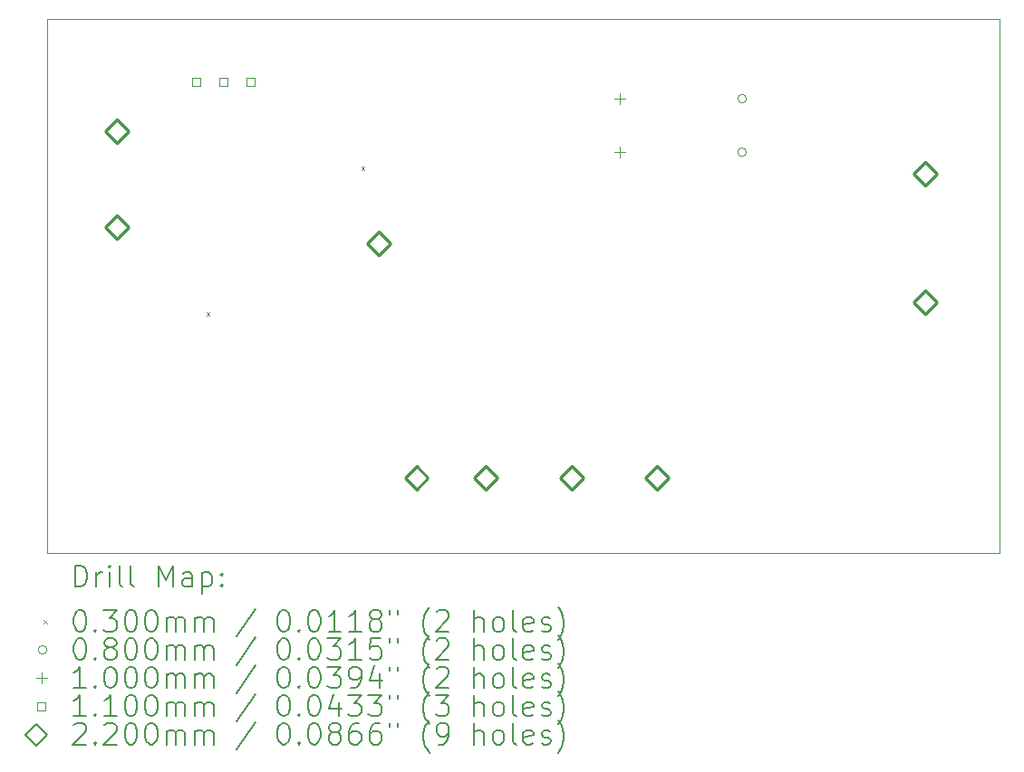
<source format=gbr>
%TF.GenerationSoftware,KiCad,Pcbnew,9.0.2*%
%TF.CreationDate,2025-06-21T01:00:04+02:00*%
%TF.ProjectId,schaltung,73636861-6c74-4756-9e67-2e6b69636164,B*%
%TF.SameCoordinates,Original*%
%TF.FileFunction,Drillmap*%
%TF.FilePolarity,Positive*%
%FSLAX45Y45*%
G04 Gerber Fmt 4.5, Leading zero omitted, Abs format (unit mm)*
G04 Created by KiCad (PCBNEW 9.0.2) date 2025-06-21 01:00:04*
%MOMM*%
%LPD*%
G01*
G04 APERTURE LIST*
%ADD10C,0.050000*%
%ADD11C,0.200000*%
%ADD12C,0.100000*%
%ADD13C,0.110000*%
%ADD14C,0.220000*%
G04 APERTURE END LIST*
D10*
X7350000Y-4900000D02*
X16250000Y-4900000D01*
X16250000Y-9900000D01*
X7350000Y-9900000D01*
X7350000Y-4900000D01*
D11*
D12*
X8837500Y-7648500D02*
X8867500Y-7678500D01*
X8867500Y-7648500D02*
X8837500Y-7678500D01*
X10285000Y-6285000D02*
X10315000Y-6315000D01*
X10315000Y-6285000D02*
X10285000Y-6315000D01*
X13883000Y-5650000D02*
G75*
G02*
X13803000Y-5650000I-40000J0D01*
G01*
X13803000Y-5650000D02*
G75*
G02*
X13883000Y-5650000I40000J0D01*
G01*
X13883000Y-6150000D02*
G75*
G02*
X13803000Y-6150000I-40000J0D01*
G01*
X13803000Y-6150000D02*
G75*
G02*
X13883000Y-6150000I40000J0D01*
G01*
X12700000Y-5600000D02*
X12700000Y-5700000D01*
X12650000Y-5650000D02*
X12750000Y-5650000D01*
X12700000Y-6100000D02*
X12700000Y-6200000D01*
X12650000Y-6150000D02*
X12750000Y-6150000D01*
D13*
X8784891Y-5533891D02*
X8784891Y-5456109D01*
X8707109Y-5456109D01*
X8707109Y-5533891D01*
X8784891Y-5533891D01*
X9038891Y-5533891D02*
X9038891Y-5456109D01*
X8961109Y-5456109D01*
X8961109Y-5533891D01*
X9038891Y-5533891D01*
X9292891Y-5533891D02*
X9292891Y-5456109D01*
X9215109Y-5456109D01*
X9215109Y-5533891D01*
X9292891Y-5533891D01*
D14*
X8000000Y-6060000D02*
X8110000Y-5950000D01*
X8000000Y-5840000D01*
X7890000Y-5950000D01*
X8000000Y-6060000D01*
X8000000Y-6960000D02*
X8110000Y-6850000D01*
X8000000Y-6740000D01*
X7890000Y-6850000D01*
X8000000Y-6960000D01*
X10450000Y-7110000D02*
X10560000Y-7000000D01*
X10450000Y-6890000D01*
X10340000Y-7000000D01*
X10450000Y-7110000D01*
X10800000Y-9310000D02*
X10910000Y-9200000D01*
X10800000Y-9090000D01*
X10690000Y-9200000D01*
X10800000Y-9310000D01*
X11450000Y-9310000D02*
X11560000Y-9200000D01*
X11450000Y-9090000D01*
X11340000Y-9200000D01*
X11450000Y-9310000D01*
X12250000Y-9310000D02*
X12360000Y-9200000D01*
X12250000Y-9090000D01*
X12140000Y-9200000D01*
X12250000Y-9310000D01*
X13050000Y-9310000D02*
X13160000Y-9200000D01*
X13050000Y-9090000D01*
X12940000Y-9200000D01*
X13050000Y-9310000D01*
X15550000Y-6460000D02*
X15660000Y-6350000D01*
X15550000Y-6240000D01*
X15440000Y-6350000D01*
X15550000Y-6460000D01*
X15550000Y-7660000D02*
X15660000Y-7550000D01*
X15550000Y-7440000D01*
X15440000Y-7550000D01*
X15550000Y-7660000D01*
D11*
X7608277Y-10213984D02*
X7608277Y-10013984D01*
X7608277Y-10013984D02*
X7655896Y-10013984D01*
X7655896Y-10013984D02*
X7684467Y-10023508D01*
X7684467Y-10023508D02*
X7703515Y-10042555D01*
X7703515Y-10042555D02*
X7713039Y-10061603D01*
X7713039Y-10061603D02*
X7722562Y-10099698D01*
X7722562Y-10099698D02*
X7722562Y-10128270D01*
X7722562Y-10128270D02*
X7713039Y-10166365D01*
X7713039Y-10166365D02*
X7703515Y-10185412D01*
X7703515Y-10185412D02*
X7684467Y-10204460D01*
X7684467Y-10204460D02*
X7655896Y-10213984D01*
X7655896Y-10213984D02*
X7608277Y-10213984D01*
X7808277Y-10213984D02*
X7808277Y-10080650D01*
X7808277Y-10118746D02*
X7817801Y-10099698D01*
X7817801Y-10099698D02*
X7827324Y-10090174D01*
X7827324Y-10090174D02*
X7846372Y-10080650D01*
X7846372Y-10080650D02*
X7865420Y-10080650D01*
X7932086Y-10213984D02*
X7932086Y-10080650D01*
X7932086Y-10013984D02*
X7922562Y-10023508D01*
X7922562Y-10023508D02*
X7932086Y-10033031D01*
X7932086Y-10033031D02*
X7941610Y-10023508D01*
X7941610Y-10023508D02*
X7932086Y-10013984D01*
X7932086Y-10013984D02*
X7932086Y-10033031D01*
X8055896Y-10213984D02*
X8036848Y-10204460D01*
X8036848Y-10204460D02*
X8027324Y-10185412D01*
X8027324Y-10185412D02*
X8027324Y-10013984D01*
X8160658Y-10213984D02*
X8141610Y-10204460D01*
X8141610Y-10204460D02*
X8132086Y-10185412D01*
X8132086Y-10185412D02*
X8132086Y-10013984D01*
X8389229Y-10213984D02*
X8389229Y-10013984D01*
X8389229Y-10013984D02*
X8455896Y-10156841D01*
X8455896Y-10156841D02*
X8522563Y-10013984D01*
X8522563Y-10013984D02*
X8522563Y-10213984D01*
X8703515Y-10213984D02*
X8703515Y-10109222D01*
X8703515Y-10109222D02*
X8693991Y-10090174D01*
X8693991Y-10090174D02*
X8674944Y-10080650D01*
X8674944Y-10080650D02*
X8636848Y-10080650D01*
X8636848Y-10080650D02*
X8617801Y-10090174D01*
X8703515Y-10204460D02*
X8684467Y-10213984D01*
X8684467Y-10213984D02*
X8636848Y-10213984D01*
X8636848Y-10213984D02*
X8617801Y-10204460D01*
X8617801Y-10204460D02*
X8608277Y-10185412D01*
X8608277Y-10185412D02*
X8608277Y-10166365D01*
X8608277Y-10166365D02*
X8617801Y-10147317D01*
X8617801Y-10147317D02*
X8636848Y-10137793D01*
X8636848Y-10137793D02*
X8684467Y-10137793D01*
X8684467Y-10137793D02*
X8703515Y-10128270D01*
X8798753Y-10080650D02*
X8798753Y-10280650D01*
X8798753Y-10090174D02*
X8817801Y-10080650D01*
X8817801Y-10080650D02*
X8855896Y-10080650D01*
X8855896Y-10080650D02*
X8874944Y-10090174D01*
X8874944Y-10090174D02*
X8884467Y-10099698D01*
X8884467Y-10099698D02*
X8893991Y-10118746D01*
X8893991Y-10118746D02*
X8893991Y-10175889D01*
X8893991Y-10175889D02*
X8884467Y-10194936D01*
X8884467Y-10194936D02*
X8874944Y-10204460D01*
X8874944Y-10204460D02*
X8855896Y-10213984D01*
X8855896Y-10213984D02*
X8817801Y-10213984D01*
X8817801Y-10213984D02*
X8798753Y-10204460D01*
X8979705Y-10194936D02*
X8989229Y-10204460D01*
X8989229Y-10204460D02*
X8979705Y-10213984D01*
X8979705Y-10213984D02*
X8970182Y-10204460D01*
X8970182Y-10204460D02*
X8979705Y-10194936D01*
X8979705Y-10194936D02*
X8979705Y-10213984D01*
X8979705Y-10090174D02*
X8989229Y-10099698D01*
X8989229Y-10099698D02*
X8979705Y-10109222D01*
X8979705Y-10109222D02*
X8970182Y-10099698D01*
X8970182Y-10099698D02*
X8979705Y-10090174D01*
X8979705Y-10090174D02*
X8979705Y-10109222D01*
D12*
X7317500Y-10527500D02*
X7347500Y-10557500D01*
X7347500Y-10527500D02*
X7317500Y-10557500D01*
D11*
X7646372Y-10433984D02*
X7665420Y-10433984D01*
X7665420Y-10433984D02*
X7684467Y-10443508D01*
X7684467Y-10443508D02*
X7693991Y-10453031D01*
X7693991Y-10453031D02*
X7703515Y-10472079D01*
X7703515Y-10472079D02*
X7713039Y-10510174D01*
X7713039Y-10510174D02*
X7713039Y-10557793D01*
X7713039Y-10557793D02*
X7703515Y-10595889D01*
X7703515Y-10595889D02*
X7693991Y-10614936D01*
X7693991Y-10614936D02*
X7684467Y-10624460D01*
X7684467Y-10624460D02*
X7665420Y-10633984D01*
X7665420Y-10633984D02*
X7646372Y-10633984D01*
X7646372Y-10633984D02*
X7627324Y-10624460D01*
X7627324Y-10624460D02*
X7617801Y-10614936D01*
X7617801Y-10614936D02*
X7608277Y-10595889D01*
X7608277Y-10595889D02*
X7598753Y-10557793D01*
X7598753Y-10557793D02*
X7598753Y-10510174D01*
X7598753Y-10510174D02*
X7608277Y-10472079D01*
X7608277Y-10472079D02*
X7617801Y-10453031D01*
X7617801Y-10453031D02*
X7627324Y-10443508D01*
X7627324Y-10443508D02*
X7646372Y-10433984D01*
X7798753Y-10614936D02*
X7808277Y-10624460D01*
X7808277Y-10624460D02*
X7798753Y-10633984D01*
X7798753Y-10633984D02*
X7789229Y-10624460D01*
X7789229Y-10624460D02*
X7798753Y-10614936D01*
X7798753Y-10614936D02*
X7798753Y-10633984D01*
X7874943Y-10433984D02*
X7998753Y-10433984D01*
X7998753Y-10433984D02*
X7932086Y-10510174D01*
X7932086Y-10510174D02*
X7960658Y-10510174D01*
X7960658Y-10510174D02*
X7979705Y-10519698D01*
X7979705Y-10519698D02*
X7989229Y-10529222D01*
X7989229Y-10529222D02*
X7998753Y-10548270D01*
X7998753Y-10548270D02*
X7998753Y-10595889D01*
X7998753Y-10595889D02*
X7989229Y-10614936D01*
X7989229Y-10614936D02*
X7979705Y-10624460D01*
X7979705Y-10624460D02*
X7960658Y-10633984D01*
X7960658Y-10633984D02*
X7903515Y-10633984D01*
X7903515Y-10633984D02*
X7884467Y-10624460D01*
X7884467Y-10624460D02*
X7874943Y-10614936D01*
X8122562Y-10433984D02*
X8141610Y-10433984D01*
X8141610Y-10433984D02*
X8160658Y-10443508D01*
X8160658Y-10443508D02*
X8170182Y-10453031D01*
X8170182Y-10453031D02*
X8179705Y-10472079D01*
X8179705Y-10472079D02*
X8189229Y-10510174D01*
X8189229Y-10510174D02*
X8189229Y-10557793D01*
X8189229Y-10557793D02*
X8179705Y-10595889D01*
X8179705Y-10595889D02*
X8170182Y-10614936D01*
X8170182Y-10614936D02*
X8160658Y-10624460D01*
X8160658Y-10624460D02*
X8141610Y-10633984D01*
X8141610Y-10633984D02*
X8122562Y-10633984D01*
X8122562Y-10633984D02*
X8103515Y-10624460D01*
X8103515Y-10624460D02*
X8093991Y-10614936D01*
X8093991Y-10614936D02*
X8084467Y-10595889D01*
X8084467Y-10595889D02*
X8074943Y-10557793D01*
X8074943Y-10557793D02*
X8074943Y-10510174D01*
X8074943Y-10510174D02*
X8084467Y-10472079D01*
X8084467Y-10472079D02*
X8093991Y-10453031D01*
X8093991Y-10453031D02*
X8103515Y-10443508D01*
X8103515Y-10443508D02*
X8122562Y-10433984D01*
X8313039Y-10433984D02*
X8332086Y-10433984D01*
X8332086Y-10433984D02*
X8351134Y-10443508D01*
X8351134Y-10443508D02*
X8360658Y-10453031D01*
X8360658Y-10453031D02*
X8370182Y-10472079D01*
X8370182Y-10472079D02*
X8379705Y-10510174D01*
X8379705Y-10510174D02*
X8379705Y-10557793D01*
X8379705Y-10557793D02*
X8370182Y-10595889D01*
X8370182Y-10595889D02*
X8360658Y-10614936D01*
X8360658Y-10614936D02*
X8351134Y-10624460D01*
X8351134Y-10624460D02*
X8332086Y-10633984D01*
X8332086Y-10633984D02*
X8313039Y-10633984D01*
X8313039Y-10633984D02*
X8293991Y-10624460D01*
X8293991Y-10624460D02*
X8284467Y-10614936D01*
X8284467Y-10614936D02*
X8274943Y-10595889D01*
X8274943Y-10595889D02*
X8265420Y-10557793D01*
X8265420Y-10557793D02*
X8265420Y-10510174D01*
X8265420Y-10510174D02*
X8274943Y-10472079D01*
X8274943Y-10472079D02*
X8284467Y-10453031D01*
X8284467Y-10453031D02*
X8293991Y-10443508D01*
X8293991Y-10443508D02*
X8313039Y-10433984D01*
X8465420Y-10633984D02*
X8465420Y-10500650D01*
X8465420Y-10519698D02*
X8474944Y-10510174D01*
X8474944Y-10510174D02*
X8493991Y-10500650D01*
X8493991Y-10500650D02*
X8522563Y-10500650D01*
X8522563Y-10500650D02*
X8541610Y-10510174D01*
X8541610Y-10510174D02*
X8551134Y-10529222D01*
X8551134Y-10529222D02*
X8551134Y-10633984D01*
X8551134Y-10529222D02*
X8560658Y-10510174D01*
X8560658Y-10510174D02*
X8579705Y-10500650D01*
X8579705Y-10500650D02*
X8608277Y-10500650D01*
X8608277Y-10500650D02*
X8627325Y-10510174D01*
X8627325Y-10510174D02*
X8636848Y-10529222D01*
X8636848Y-10529222D02*
X8636848Y-10633984D01*
X8732086Y-10633984D02*
X8732086Y-10500650D01*
X8732086Y-10519698D02*
X8741610Y-10510174D01*
X8741610Y-10510174D02*
X8760658Y-10500650D01*
X8760658Y-10500650D02*
X8789229Y-10500650D01*
X8789229Y-10500650D02*
X8808277Y-10510174D01*
X8808277Y-10510174D02*
X8817801Y-10529222D01*
X8817801Y-10529222D02*
X8817801Y-10633984D01*
X8817801Y-10529222D02*
X8827325Y-10510174D01*
X8827325Y-10510174D02*
X8846372Y-10500650D01*
X8846372Y-10500650D02*
X8874944Y-10500650D01*
X8874944Y-10500650D02*
X8893991Y-10510174D01*
X8893991Y-10510174D02*
X8903515Y-10529222D01*
X8903515Y-10529222D02*
X8903515Y-10633984D01*
X9293991Y-10424460D02*
X9122563Y-10681603D01*
X9551134Y-10433984D02*
X9570182Y-10433984D01*
X9570182Y-10433984D02*
X9589229Y-10443508D01*
X9589229Y-10443508D02*
X9598753Y-10453031D01*
X9598753Y-10453031D02*
X9608277Y-10472079D01*
X9608277Y-10472079D02*
X9617801Y-10510174D01*
X9617801Y-10510174D02*
X9617801Y-10557793D01*
X9617801Y-10557793D02*
X9608277Y-10595889D01*
X9608277Y-10595889D02*
X9598753Y-10614936D01*
X9598753Y-10614936D02*
X9589229Y-10624460D01*
X9589229Y-10624460D02*
X9570182Y-10633984D01*
X9570182Y-10633984D02*
X9551134Y-10633984D01*
X9551134Y-10633984D02*
X9532087Y-10624460D01*
X9532087Y-10624460D02*
X9522563Y-10614936D01*
X9522563Y-10614936D02*
X9513039Y-10595889D01*
X9513039Y-10595889D02*
X9503515Y-10557793D01*
X9503515Y-10557793D02*
X9503515Y-10510174D01*
X9503515Y-10510174D02*
X9513039Y-10472079D01*
X9513039Y-10472079D02*
X9522563Y-10453031D01*
X9522563Y-10453031D02*
X9532087Y-10443508D01*
X9532087Y-10443508D02*
X9551134Y-10433984D01*
X9703515Y-10614936D02*
X9713039Y-10624460D01*
X9713039Y-10624460D02*
X9703515Y-10633984D01*
X9703515Y-10633984D02*
X9693991Y-10624460D01*
X9693991Y-10624460D02*
X9703515Y-10614936D01*
X9703515Y-10614936D02*
X9703515Y-10633984D01*
X9836848Y-10433984D02*
X9855896Y-10433984D01*
X9855896Y-10433984D02*
X9874944Y-10443508D01*
X9874944Y-10443508D02*
X9884468Y-10453031D01*
X9884468Y-10453031D02*
X9893991Y-10472079D01*
X9893991Y-10472079D02*
X9903515Y-10510174D01*
X9903515Y-10510174D02*
X9903515Y-10557793D01*
X9903515Y-10557793D02*
X9893991Y-10595889D01*
X9893991Y-10595889D02*
X9884468Y-10614936D01*
X9884468Y-10614936D02*
X9874944Y-10624460D01*
X9874944Y-10624460D02*
X9855896Y-10633984D01*
X9855896Y-10633984D02*
X9836848Y-10633984D01*
X9836848Y-10633984D02*
X9817801Y-10624460D01*
X9817801Y-10624460D02*
X9808277Y-10614936D01*
X9808277Y-10614936D02*
X9798753Y-10595889D01*
X9798753Y-10595889D02*
X9789229Y-10557793D01*
X9789229Y-10557793D02*
X9789229Y-10510174D01*
X9789229Y-10510174D02*
X9798753Y-10472079D01*
X9798753Y-10472079D02*
X9808277Y-10453031D01*
X9808277Y-10453031D02*
X9817801Y-10443508D01*
X9817801Y-10443508D02*
X9836848Y-10433984D01*
X10093991Y-10633984D02*
X9979706Y-10633984D01*
X10036848Y-10633984D02*
X10036848Y-10433984D01*
X10036848Y-10433984D02*
X10017801Y-10462555D01*
X10017801Y-10462555D02*
X9998753Y-10481603D01*
X9998753Y-10481603D02*
X9979706Y-10491127D01*
X10284468Y-10633984D02*
X10170182Y-10633984D01*
X10227325Y-10633984D02*
X10227325Y-10433984D01*
X10227325Y-10433984D02*
X10208277Y-10462555D01*
X10208277Y-10462555D02*
X10189229Y-10481603D01*
X10189229Y-10481603D02*
X10170182Y-10491127D01*
X10398753Y-10519698D02*
X10379706Y-10510174D01*
X10379706Y-10510174D02*
X10370182Y-10500650D01*
X10370182Y-10500650D02*
X10360658Y-10481603D01*
X10360658Y-10481603D02*
X10360658Y-10472079D01*
X10360658Y-10472079D02*
X10370182Y-10453031D01*
X10370182Y-10453031D02*
X10379706Y-10443508D01*
X10379706Y-10443508D02*
X10398753Y-10433984D01*
X10398753Y-10433984D02*
X10436849Y-10433984D01*
X10436849Y-10433984D02*
X10455896Y-10443508D01*
X10455896Y-10443508D02*
X10465420Y-10453031D01*
X10465420Y-10453031D02*
X10474944Y-10472079D01*
X10474944Y-10472079D02*
X10474944Y-10481603D01*
X10474944Y-10481603D02*
X10465420Y-10500650D01*
X10465420Y-10500650D02*
X10455896Y-10510174D01*
X10455896Y-10510174D02*
X10436849Y-10519698D01*
X10436849Y-10519698D02*
X10398753Y-10519698D01*
X10398753Y-10519698D02*
X10379706Y-10529222D01*
X10379706Y-10529222D02*
X10370182Y-10538746D01*
X10370182Y-10538746D02*
X10360658Y-10557793D01*
X10360658Y-10557793D02*
X10360658Y-10595889D01*
X10360658Y-10595889D02*
X10370182Y-10614936D01*
X10370182Y-10614936D02*
X10379706Y-10624460D01*
X10379706Y-10624460D02*
X10398753Y-10633984D01*
X10398753Y-10633984D02*
X10436849Y-10633984D01*
X10436849Y-10633984D02*
X10455896Y-10624460D01*
X10455896Y-10624460D02*
X10465420Y-10614936D01*
X10465420Y-10614936D02*
X10474944Y-10595889D01*
X10474944Y-10595889D02*
X10474944Y-10557793D01*
X10474944Y-10557793D02*
X10465420Y-10538746D01*
X10465420Y-10538746D02*
X10455896Y-10529222D01*
X10455896Y-10529222D02*
X10436849Y-10519698D01*
X10551134Y-10433984D02*
X10551134Y-10472079D01*
X10627325Y-10433984D02*
X10627325Y-10472079D01*
X10922563Y-10710174D02*
X10913039Y-10700650D01*
X10913039Y-10700650D02*
X10893991Y-10672079D01*
X10893991Y-10672079D02*
X10884468Y-10653031D01*
X10884468Y-10653031D02*
X10874944Y-10624460D01*
X10874944Y-10624460D02*
X10865420Y-10576841D01*
X10865420Y-10576841D02*
X10865420Y-10538746D01*
X10865420Y-10538746D02*
X10874944Y-10491127D01*
X10874944Y-10491127D02*
X10884468Y-10462555D01*
X10884468Y-10462555D02*
X10893991Y-10443508D01*
X10893991Y-10443508D02*
X10913039Y-10414936D01*
X10913039Y-10414936D02*
X10922563Y-10405412D01*
X10989230Y-10453031D02*
X10998753Y-10443508D01*
X10998753Y-10443508D02*
X11017801Y-10433984D01*
X11017801Y-10433984D02*
X11065420Y-10433984D01*
X11065420Y-10433984D02*
X11084468Y-10443508D01*
X11084468Y-10443508D02*
X11093991Y-10453031D01*
X11093991Y-10453031D02*
X11103515Y-10472079D01*
X11103515Y-10472079D02*
X11103515Y-10491127D01*
X11103515Y-10491127D02*
X11093991Y-10519698D01*
X11093991Y-10519698D02*
X10979706Y-10633984D01*
X10979706Y-10633984D02*
X11103515Y-10633984D01*
X11341610Y-10633984D02*
X11341610Y-10433984D01*
X11427325Y-10633984D02*
X11427325Y-10529222D01*
X11427325Y-10529222D02*
X11417801Y-10510174D01*
X11417801Y-10510174D02*
X11398753Y-10500650D01*
X11398753Y-10500650D02*
X11370182Y-10500650D01*
X11370182Y-10500650D02*
X11351134Y-10510174D01*
X11351134Y-10510174D02*
X11341610Y-10519698D01*
X11551134Y-10633984D02*
X11532087Y-10624460D01*
X11532087Y-10624460D02*
X11522563Y-10614936D01*
X11522563Y-10614936D02*
X11513039Y-10595889D01*
X11513039Y-10595889D02*
X11513039Y-10538746D01*
X11513039Y-10538746D02*
X11522563Y-10519698D01*
X11522563Y-10519698D02*
X11532087Y-10510174D01*
X11532087Y-10510174D02*
X11551134Y-10500650D01*
X11551134Y-10500650D02*
X11579706Y-10500650D01*
X11579706Y-10500650D02*
X11598753Y-10510174D01*
X11598753Y-10510174D02*
X11608277Y-10519698D01*
X11608277Y-10519698D02*
X11617801Y-10538746D01*
X11617801Y-10538746D02*
X11617801Y-10595889D01*
X11617801Y-10595889D02*
X11608277Y-10614936D01*
X11608277Y-10614936D02*
X11598753Y-10624460D01*
X11598753Y-10624460D02*
X11579706Y-10633984D01*
X11579706Y-10633984D02*
X11551134Y-10633984D01*
X11732087Y-10633984D02*
X11713039Y-10624460D01*
X11713039Y-10624460D02*
X11703515Y-10605412D01*
X11703515Y-10605412D02*
X11703515Y-10433984D01*
X11884468Y-10624460D02*
X11865420Y-10633984D01*
X11865420Y-10633984D02*
X11827325Y-10633984D01*
X11827325Y-10633984D02*
X11808277Y-10624460D01*
X11808277Y-10624460D02*
X11798753Y-10605412D01*
X11798753Y-10605412D02*
X11798753Y-10529222D01*
X11798753Y-10529222D02*
X11808277Y-10510174D01*
X11808277Y-10510174D02*
X11827325Y-10500650D01*
X11827325Y-10500650D02*
X11865420Y-10500650D01*
X11865420Y-10500650D02*
X11884468Y-10510174D01*
X11884468Y-10510174D02*
X11893991Y-10529222D01*
X11893991Y-10529222D02*
X11893991Y-10548270D01*
X11893991Y-10548270D02*
X11798753Y-10567317D01*
X11970182Y-10624460D02*
X11989230Y-10633984D01*
X11989230Y-10633984D02*
X12027325Y-10633984D01*
X12027325Y-10633984D02*
X12046372Y-10624460D01*
X12046372Y-10624460D02*
X12055896Y-10605412D01*
X12055896Y-10605412D02*
X12055896Y-10595889D01*
X12055896Y-10595889D02*
X12046372Y-10576841D01*
X12046372Y-10576841D02*
X12027325Y-10567317D01*
X12027325Y-10567317D02*
X11998753Y-10567317D01*
X11998753Y-10567317D02*
X11979706Y-10557793D01*
X11979706Y-10557793D02*
X11970182Y-10538746D01*
X11970182Y-10538746D02*
X11970182Y-10529222D01*
X11970182Y-10529222D02*
X11979706Y-10510174D01*
X11979706Y-10510174D02*
X11998753Y-10500650D01*
X11998753Y-10500650D02*
X12027325Y-10500650D01*
X12027325Y-10500650D02*
X12046372Y-10510174D01*
X12122563Y-10710174D02*
X12132087Y-10700650D01*
X12132087Y-10700650D02*
X12151134Y-10672079D01*
X12151134Y-10672079D02*
X12160658Y-10653031D01*
X12160658Y-10653031D02*
X12170182Y-10624460D01*
X12170182Y-10624460D02*
X12179706Y-10576841D01*
X12179706Y-10576841D02*
X12179706Y-10538746D01*
X12179706Y-10538746D02*
X12170182Y-10491127D01*
X12170182Y-10491127D02*
X12160658Y-10462555D01*
X12160658Y-10462555D02*
X12151134Y-10443508D01*
X12151134Y-10443508D02*
X12132087Y-10414936D01*
X12132087Y-10414936D02*
X12122563Y-10405412D01*
D12*
X7347500Y-10806500D02*
G75*
G02*
X7267500Y-10806500I-40000J0D01*
G01*
X7267500Y-10806500D02*
G75*
G02*
X7347500Y-10806500I40000J0D01*
G01*
D11*
X7646372Y-10697984D02*
X7665420Y-10697984D01*
X7665420Y-10697984D02*
X7684467Y-10707508D01*
X7684467Y-10707508D02*
X7693991Y-10717031D01*
X7693991Y-10717031D02*
X7703515Y-10736079D01*
X7703515Y-10736079D02*
X7713039Y-10774174D01*
X7713039Y-10774174D02*
X7713039Y-10821793D01*
X7713039Y-10821793D02*
X7703515Y-10859889D01*
X7703515Y-10859889D02*
X7693991Y-10878936D01*
X7693991Y-10878936D02*
X7684467Y-10888460D01*
X7684467Y-10888460D02*
X7665420Y-10897984D01*
X7665420Y-10897984D02*
X7646372Y-10897984D01*
X7646372Y-10897984D02*
X7627324Y-10888460D01*
X7627324Y-10888460D02*
X7617801Y-10878936D01*
X7617801Y-10878936D02*
X7608277Y-10859889D01*
X7608277Y-10859889D02*
X7598753Y-10821793D01*
X7598753Y-10821793D02*
X7598753Y-10774174D01*
X7598753Y-10774174D02*
X7608277Y-10736079D01*
X7608277Y-10736079D02*
X7617801Y-10717031D01*
X7617801Y-10717031D02*
X7627324Y-10707508D01*
X7627324Y-10707508D02*
X7646372Y-10697984D01*
X7798753Y-10878936D02*
X7808277Y-10888460D01*
X7808277Y-10888460D02*
X7798753Y-10897984D01*
X7798753Y-10897984D02*
X7789229Y-10888460D01*
X7789229Y-10888460D02*
X7798753Y-10878936D01*
X7798753Y-10878936D02*
X7798753Y-10897984D01*
X7922562Y-10783698D02*
X7903515Y-10774174D01*
X7903515Y-10774174D02*
X7893991Y-10764650D01*
X7893991Y-10764650D02*
X7884467Y-10745603D01*
X7884467Y-10745603D02*
X7884467Y-10736079D01*
X7884467Y-10736079D02*
X7893991Y-10717031D01*
X7893991Y-10717031D02*
X7903515Y-10707508D01*
X7903515Y-10707508D02*
X7922562Y-10697984D01*
X7922562Y-10697984D02*
X7960658Y-10697984D01*
X7960658Y-10697984D02*
X7979705Y-10707508D01*
X7979705Y-10707508D02*
X7989229Y-10717031D01*
X7989229Y-10717031D02*
X7998753Y-10736079D01*
X7998753Y-10736079D02*
X7998753Y-10745603D01*
X7998753Y-10745603D02*
X7989229Y-10764650D01*
X7989229Y-10764650D02*
X7979705Y-10774174D01*
X7979705Y-10774174D02*
X7960658Y-10783698D01*
X7960658Y-10783698D02*
X7922562Y-10783698D01*
X7922562Y-10783698D02*
X7903515Y-10793222D01*
X7903515Y-10793222D02*
X7893991Y-10802746D01*
X7893991Y-10802746D02*
X7884467Y-10821793D01*
X7884467Y-10821793D02*
X7884467Y-10859889D01*
X7884467Y-10859889D02*
X7893991Y-10878936D01*
X7893991Y-10878936D02*
X7903515Y-10888460D01*
X7903515Y-10888460D02*
X7922562Y-10897984D01*
X7922562Y-10897984D02*
X7960658Y-10897984D01*
X7960658Y-10897984D02*
X7979705Y-10888460D01*
X7979705Y-10888460D02*
X7989229Y-10878936D01*
X7989229Y-10878936D02*
X7998753Y-10859889D01*
X7998753Y-10859889D02*
X7998753Y-10821793D01*
X7998753Y-10821793D02*
X7989229Y-10802746D01*
X7989229Y-10802746D02*
X7979705Y-10793222D01*
X7979705Y-10793222D02*
X7960658Y-10783698D01*
X8122562Y-10697984D02*
X8141610Y-10697984D01*
X8141610Y-10697984D02*
X8160658Y-10707508D01*
X8160658Y-10707508D02*
X8170182Y-10717031D01*
X8170182Y-10717031D02*
X8179705Y-10736079D01*
X8179705Y-10736079D02*
X8189229Y-10774174D01*
X8189229Y-10774174D02*
X8189229Y-10821793D01*
X8189229Y-10821793D02*
X8179705Y-10859889D01*
X8179705Y-10859889D02*
X8170182Y-10878936D01*
X8170182Y-10878936D02*
X8160658Y-10888460D01*
X8160658Y-10888460D02*
X8141610Y-10897984D01*
X8141610Y-10897984D02*
X8122562Y-10897984D01*
X8122562Y-10897984D02*
X8103515Y-10888460D01*
X8103515Y-10888460D02*
X8093991Y-10878936D01*
X8093991Y-10878936D02*
X8084467Y-10859889D01*
X8084467Y-10859889D02*
X8074943Y-10821793D01*
X8074943Y-10821793D02*
X8074943Y-10774174D01*
X8074943Y-10774174D02*
X8084467Y-10736079D01*
X8084467Y-10736079D02*
X8093991Y-10717031D01*
X8093991Y-10717031D02*
X8103515Y-10707508D01*
X8103515Y-10707508D02*
X8122562Y-10697984D01*
X8313039Y-10697984D02*
X8332086Y-10697984D01*
X8332086Y-10697984D02*
X8351134Y-10707508D01*
X8351134Y-10707508D02*
X8360658Y-10717031D01*
X8360658Y-10717031D02*
X8370182Y-10736079D01*
X8370182Y-10736079D02*
X8379705Y-10774174D01*
X8379705Y-10774174D02*
X8379705Y-10821793D01*
X8379705Y-10821793D02*
X8370182Y-10859889D01*
X8370182Y-10859889D02*
X8360658Y-10878936D01*
X8360658Y-10878936D02*
X8351134Y-10888460D01*
X8351134Y-10888460D02*
X8332086Y-10897984D01*
X8332086Y-10897984D02*
X8313039Y-10897984D01*
X8313039Y-10897984D02*
X8293991Y-10888460D01*
X8293991Y-10888460D02*
X8284467Y-10878936D01*
X8284467Y-10878936D02*
X8274943Y-10859889D01*
X8274943Y-10859889D02*
X8265420Y-10821793D01*
X8265420Y-10821793D02*
X8265420Y-10774174D01*
X8265420Y-10774174D02*
X8274943Y-10736079D01*
X8274943Y-10736079D02*
X8284467Y-10717031D01*
X8284467Y-10717031D02*
X8293991Y-10707508D01*
X8293991Y-10707508D02*
X8313039Y-10697984D01*
X8465420Y-10897984D02*
X8465420Y-10764650D01*
X8465420Y-10783698D02*
X8474944Y-10774174D01*
X8474944Y-10774174D02*
X8493991Y-10764650D01*
X8493991Y-10764650D02*
X8522563Y-10764650D01*
X8522563Y-10764650D02*
X8541610Y-10774174D01*
X8541610Y-10774174D02*
X8551134Y-10793222D01*
X8551134Y-10793222D02*
X8551134Y-10897984D01*
X8551134Y-10793222D02*
X8560658Y-10774174D01*
X8560658Y-10774174D02*
X8579705Y-10764650D01*
X8579705Y-10764650D02*
X8608277Y-10764650D01*
X8608277Y-10764650D02*
X8627325Y-10774174D01*
X8627325Y-10774174D02*
X8636848Y-10793222D01*
X8636848Y-10793222D02*
X8636848Y-10897984D01*
X8732086Y-10897984D02*
X8732086Y-10764650D01*
X8732086Y-10783698D02*
X8741610Y-10774174D01*
X8741610Y-10774174D02*
X8760658Y-10764650D01*
X8760658Y-10764650D02*
X8789229Y-10764650D01*
X8789229Y-10764650D02*
X8808277Y-10774174D01*
X8808277Y-10774174D02*
X8817801Y-10793222D01*
X8817801Y-10793222D02*
X8817801Y-10897984D01*
X8817801Y-10793222D02*
X8827325Y-10774174D01*
X8827325Y-10774174D02*
X8846372Y-10764650D01*
X8846372Y-10764650D02*
X8874944Y-10764650D01*
X8874944Y-10764650D02*
X8893991Y-10774174D01*
X8893991Y-10774174D02*
X8903515Y-10793222D01*
X8903515Y-10793222D02*
X8903515Y-10897984D01*
X9293991Y-10688460D02*
X9122563Y-10945603D01*
X9551134Y-10697984D02*
X9570182Y-10697984D01*
X9570182Y-10697984D02*
X9589229Y-10707508D01*
X9589229Y-10707508D02*
X9598753Y-10717031D01*
X9598753Y-10717031D02*
X9608277Y-10736079D01*
X9608277Y-10736079D02*
X9617801Y-10774174D01*
X9617801Y-10774174D02*
X9617801Y-10821793D01*
X9617801Y-10821793D02*
X9608277Y-10859889D01*
X9608277Y-10859889D02*
X9598753Y-10878936D01*
X9598753Y-10878936D02*
X9589229Y-10888460D01*
X9589229Y-10888460D02*
X9570182Y-10897984D01*
X9570182Y-10897984D02*
X9551134Y-10897984D01*
X9551134Y-10897984D02*
X9532087Y-10888460D01*
X9532087Y-10888460D02*
X9522563Y-10878936D01*
X9522563Y-10878936D02*
X9513039Y-10859889D01*
X9513039Y-10859889D02*
X9503515Y-10821793D01*
X9503515Y-10821793D02*
X9503515Y-10774174D01*
X9503515Y-10774174D02*
X9513039Y-10736079D01*
X9513039Y-10736079D02*
X9522563Y-10717031D01*
X9522563Y-10717031D02*
X9532087Y-10707508D01*
X9532087Y-10707508D02*
X9551134Y-10697984D01*
X9703515Y-10878936D02*
X9713039Y-10888460D01*
X9713039Y-10888460D02*
X9703515Y-10897984D01*
X9703515Y-10897984D02*
X9693991Y-10888460D01*
X9693991Y-10888460D02*
X9703515Y-10878936D01*
X9703515Y-10878936D02*
X9703515Y-10897984D01*
X9836848Y-10697984D02*
X9855896Y-10697984D01*
X9855896Y-10697984D02*
X9874944Y-10707508D01*
X9874944Y-10707508D02*
X9884468Y-10717031D01*
X9884468Y-10717031D02*
X9893991Y-10736079D01*
X9893991Y-10736079D02*
X9903515Y-10774174D01*
X9903515Y-10774174D02*
X9903515Y-10821793D01*
X9903515Y-10821793D02*
X9893991Y-10859889D01*
X9893991Y-10859889D02*
X9884468Y-10878936D01*
X9884468Y-10878936D02*
X9874944Y-10888460D01*
X9874944Y-10888460D02*
X9855896Y-10897984D01*
X9855896Y-10897984D02*
X9836848Y-10897984D01*
X9836848Y-10897984D02*
X9817801Y-10888460D01*
X9817801Y-10888460D02*
X9808277Y-10878936D01*
X9808277Y-10878936D02*
X9798753Y-10859889D01*
X9798753Y-10859889D02*
X9789229Y-10821793D01*
X9789229Y-10821793D02*
X9789229Y-10774174D01*
X9789229Y-10774174D02*
X9798753Y-10736079D01*
X9798753Y-10736079D02*
X9808277Y-10717031D01*
X9808277Y-10717031D02*
X9817801Y-10707508D01*
X9817801Y-10707508D02*
X9836848Y-10697984D01*
X9970182Y-10697984D02*
X10093991Y-10697984D01*
X10093991Y-10697984D02*
X10027325Y-10774174D01*
X10027325Y-10774174D02*
X10055896Y-10774174D01*
X10055896Y-10774174D02*
X10074944Y-10783698D01*
X10074944Y-10783698D02*
X10084468Y-10793222D01*
X10084468Y-10793222D02*
X10093991Y-10812270D01*
X10093991Y-10812270D02*
X10093991Y-10859889D01*
X10093991Y-10859889D02*
X10084468Y-10878936D01*
X10084468Y-10878936D02*
X10074944Y-10888460D01*
X10074944Y-10888460D02*
X10055896Y-10897984D01*
X10055896Y-10897984D02*
X9998753Y-10897984D01*
X9998753Y-10897984D02*
X9979706Y-10888460D01*
X9979706Y-10888460D02*
X9970182Y-10878936D01*
X10284468Y-10897984D02*
X10170182Y-10897984D01*
X10227325Y-10897984D02*
X10227325Y-10697984D01*
X10227325Y-10697984D02*
X10208277Y-10726555D01*
X10208277Y-10726555D02*
X10189229Y-10745603D01*
X10189229Y-10745603D02*
X10170182Y-10755127D01*
X10465420Y-10697984D02*
X10370182Y-10697984D01*
X10370182Y-10697984D02*
X10360658Y-10793222D01*
X10360658Y-10793222D02*
X10370182Y-10783698D01*
X10370182Y-10783698D02*
X10389229Y-10774174D01*
X10389229Y-10774174D02*
X10436849Y-10774174D01*
X10436849Y-10774174D02*
X10455896Y-10783698D01*
X10455896Y-10783698D02*
X10465420Y-10793222D01*
X10465420Y-10793222D02*
X10474944Y-10812270D01*
X10474944Y-10812270D02*
X10474944Y-10859889D01*
X10474944Y-10859889D02*
X10465420Y-10878936D01*
X10465420Y-10878936D02*
X10455896Y-10888460D01*
X10455896Y-10888460D02*
X10436849Y-10897984D01*
X10436849Y-10897984D02*
X10389229Y-10897984D01*
X10389229Y-10897984D02*
X10370182Y-10888460D01*
X10370182Y-10888460D02*
X10360658Y-10878936D01*
X10551134Y-10697984D02*
X10551134Y-10736079D01*
X10627325Y-10697984D02*
X10627325Y-10736079D01*
X10922563Y-10974174D02*
X10913039Y-10964650D01*
X10913039Y-10964650D02*
X10893991Y-10936079D01*
X10893991Y-10936079D02*
X10884468Y-10917031D01*
X10884468Y-10917031D02*
X10874944Y-10888460D01*
X10874944Y-10888460D02*
X10865420Y-10840841D01*
X10865420Y-10840841D02*
X10865420Y-10802746D01*
X10865420Y-10802746D02*
X10874944Y-10755127D01*
X10874944Y-10755127D02*
X10884468Y-10726555D01*
X10884468Y-10726555D02*
X10893991Y-10707508D01*
X10893991Y-10707508D02*
X10913039Y-10678936D01*
X10913039Y-10678936D02*
X10922563Y-10669412D01*
X10989230Y-10717031D02*
X10998753Y-10707508D01*
X10998753Y-10707508D02*
X11017801Y-10697984D01*
X11017801Y-10697984D02*
X11065420Y-10697984D01*
X11065420Y-10697984D02*
X11084468Y-10707508D01*
X11084468Y-10707508D02*
X11093991Y-10717031D01*
X11093991Y-10717031D02*
X11103515Y-10736079D01*
X11103515Y-10736079D02*
X11103515Y-10755127D01*
X11103515Y-10755127D02*
X11093991Y-10783698D01*
X11093991Y-10783698D02*
X10979706Y-10897984D01*
X10979706Y-10897984D02*
X11103515Y-10897984D01*
X11341610Y-10897984D02*
X11341610Y-10697984D01*
X11427325Y-10897984D02*
X11427325Y-10793222D01*
X11427325Y-10793222D02*
X11417801Y-10774174D01*
X11417801Y-10774174D02*
X11398753Y-10764650D01*
X11398753Y-10764650D02*
X11370182Y-10764650D01*
X11370182Y-10764650D02*
X11351134Y-10774174D01*
X11351134Y-10774174D02*
X11341610Y-10783698D01*
X11551134Y-10897984D02*
X11532087Y-10888460D01*
X11532087Y-10888460D02*
X11522563Y-10878936D01*
X11522563Y-10878936D02*
X11513039Y-10859889D01*
X11513039Y-10859889D02*
X11513039Y-10802746D01*
X11513039Y-10802746D02*
X11522563Y-10783698D01*
X11522563Y-10783698D02*
X11532087Y-10774174D01*
X11532087Y-10774174D02*
X11551134Y-10764650D01*
X11551134Y-10764650D02*
X11579706Y-10764650D01*
X11579706Y-10764650D02*
X11598753Y-10774174D01*
X11598753Y-10774174D02*
X11608277Y-10783698D01*
X11608277Y-10783698D02*
X11617801Y-10802746D01*
X11617801Y-10802746D02*
X11617801Y-10859889D01*
X11617801Y-10859889D02*
X11608277Y-10878936D01*
X11608277Y-10878936D02*
X11598753Y-10888460D01*
X11598753Y-10888460D02*
X11579706Y-10897984D01*
X11579706Y-10897984D02*
X11551134Y-10897984D01*
X11732087Y-10897984D02*
X11713039Y-10888460D01*
X11713039Y-10888460D02*
X11703515Y-10869412D01*
X11703515Y-10869412D02*
X11703515Y-10697984D01*
X11884468Y-10888460D02*
X11865420Y-10897984D01*
X11865420Y-10897984D02*
X11827325Y-10897984D01*
X11827325Y-10897984D02*
X11808277Y-10888460D01*
X11808277Y-10888460D02*
X11798753Y-10869412D01*
X11798753Y-10869412D02*
X11798753Y-10793222D01*
X11798753Y-10793222D02*
X11808277Y-10774174D01*
X11808277Y-10774174D02*
X11827325Y-10764650D01*
X11827325Y-10764650D02*
X11865420Y-10764650D01*
X11865420Y-10764650D02*
X11884468Y-10774174D01*
X11884468Y-10774174D02*
X11893991Y-10793222D01*
X11893991Y-10793222D02*
X11893991Y-10812270D01*
X11893991Y-10812270D02*
X11798753Y-10831317D01*
X11970182Y-10888460D02*
X11989230Y-10897984D01*
X11989230Y-10897984D02*
X12027325Y-10897984D01*
X12027325Y-10897984D02*
X12046372Y-10888460D01*
X12046372Y-10888460D02*
X12055896Y-10869412D01*
X12055896Y-10869412D02*
X12055896Y-10859889D01*
X12055896Y-10859889D02*
X12046372Y-10840841D01*
X12046372Y-10840841D02*
X12027325Y-10831317D01*
X12027325Y-10831317D02*
X11998753Y-10831317D01*
X11998753Y-10831317D02*
X11979706Y-10821793D01*
X11979706Y-10821793D02*
X11970182Y-10802746D01*
X11970182Y-10802746D02*
X11970182Y-10793222D01*
X11970182Y-10793222D02*
X11979706Y-10774174D01*
X11979706Y-10774174D02*
X11998753Y-10764650D01*
X11998753Y-10764650D02*
X12027325Y-10764650D01*
X12027325Y-10764650D02*
X12046372Y-10774174D01*
X12122563Y-10974174D02*
X12132087Y-10964650D01*
X12132087Y-10964650D02*
X12151134Y-10936079D01*
X12151134Y-10936079D02*
X12160658Y-10917031D01*
X12160658Y-10917031D02*
X12170182Y-10888460D01*
X12170182Y-10888460D02*
X12179706Y-10840841D01*
X12179706Y-10840841D02*
X12179706Y-10802746D01*
X12179706Y-10802746D02*
X12170182Y-10755127D01*
X12170182Y-10755127D02*
X12160658Y-10726555D01*
X12160658Y-10726555D02*
X12151134Y-10707508D01*
X12151134Y-10707508D02*
X12132087Y-10678936D01*
X12132087Y-10678936D02*
X12122563Y-10669412D01*
D12*
X7297500Y-11020500D02*
X7297500Y-11120500D01*
X7247500Y-11070500D02*
X7347500Y-11070500D01*
D11*
X7713039Y-11161984D02*
X7598753Y-11161984D01*
X7655896Y-11161984D02*
X7655896Y-10961984D01*
X7655896Y-10961984D02*
X7636848Y-10990555D01*
X7636848Y-10990555D02*
X7617801Y-11009603D01*
X7617801Y-11009603D02*
X7598753Y-11019127D01*
X7798753Y-11142936D02*
X7808277Y-11152460D01*
X7808277Y-11152460D02*
X7798753Y-11161984D01*
X7798753Y-11161984D02*
X7789229Y-11152460D01*
X7789229Y-11152460D02*
X7798753Y-11142936D01*
X7798753Y-11142936D02*
X7798753Y-11161984D01*
X7932086Y-10961984D02*
X7951134Y-10961984D01*
X7951134Y-10961984D02*
X7970182Y-10971508D01*
X7970182Y-10971508D02*
X7979705Y-10981031D01*
X7979705Y-10981031D02*
X7989229Y-11000079D01*
X7989229Y-11000079D02*
X7998753Y-11038174D01*
X7998753Y-11038174D02*
X7998753Y-11085793D01*
X7998753Y-11085793D02*
X7989229Y-11123889D01*
X7989229Y-11123889D02*
X7979705Y-11142936D01*
X7979705Y-11142936D02*
X7970182Y-11152460D01*
X7970182Y-11152460D02*
X7951134Y-11161984D01*
X7951134Y-11161984D02*
X7932086Y-11161984D01*
X7932086Y-11161984D02*
X7913039Y-11152460D01*
X7913039Y-11152460D02*
X7903515Y-11142936D01*
X7903515Y-11142936D02*
X7893991Y-11123889D01*
X7893991Y-11123889D02*
X7884467Y-11085793D01*
X7884467Y-11085793D02*
X7884467Y-11038174D01*
X7884467Y-11038174D02*
X7893991Y-11000079D01*
X7893991Y-11000079D02*
X7903515Y-10981031D01*
X7903515Y-10981031D02*
X7913039Y-10971508D01*
X7913039Y-10971508D02*
X7932086Y-10961984D01*
X8122562Y-10961984D02*
X8141610Y-10961984D01*
X8141610Y-10961984D02*
X8160658Y-10971508D01*
X8160658Y-10971508D02*
X8170182Y-10981031D01*
X8170182Y-10981031D02*
X8179705Y-11000079D01*
X8179705Y-11000079D02*
X8189229Y-11038174D01*
X8189229Y-11038174D02*
X8189229Y-11085793D01*
X8189229Y-11085793D02*
X8179705Y-11123889D01*
X8179705Y-11123889D02*
X8170182Y-11142936D01*
X8170182Y-11142936D02*
X8160658Y-11152460D01*
X8160658Y-11152460D02*
X8141610Y-11161984D01*
X8141610Y-11161984D02*
X8122562Y-11161984D01*
X8122562Y-11161984D02*
X8103515Y-11152460D01*
X8103515Y-11152460D02*
X8093991Y-11142936D01*
X8093991Y-11142936D02*
X8084467Y-11123889D01*
X8084467Y-11123889D02*
X8074943Y-11085793D01*
X8074943Y-11085793D02*
X8074943Y-11038174D01*
X8074943Y-11038174D02*
X8084467Y-11000079D01*
X8084467Y-11000079D02*
X8093991Y-10981031D01*
X8093991Y-10981031D02*
X8103515Y-10971508D01*
X8103515Y-10971508D02*
X8122562Y-10961984D01*
X8313039Y-10961984D02*
X8332086Y-10961984D01*
X8332086Y-10961984D02*
X8351134Y-10971508D01*
X8351134Y-10971508D02*
X8360658Y-10981031D01*
X8360658Y-10981031D02*
X8370182Y-11000079D01*
X8370182Y-11000079D02*
X8379705Y-11038174D01*
X8379705Y-11038174D02*
X8379705Y-11085793D01*
X8379705Y-11085793D02*
X8370182Y-11123889D01*
X8370182Y-11123889D02*
X8360658Y-11142936D01*
X8360658Y-11142936D02*
X8351134Y-11152460D01*
X8351134Y-11152460D02*
X8332086Y-11161984D01*
X8332086Y-11161984D02*
X8313039Y-11161984D01*
X8313039Y-11161984D02*
X8293991Y-11152460D01*
X8293991Y-11152460D02*
X8284467Y-11142936D01*
X8284467Y-11142936D02*
X8274943Y-11123889D01*
X8274943Y-11123889D02*
X8265420Y-11085793D01*
X8265420Y-11085793D02*
X8265420Y-11038174D01*
X8265420Y-11038174D02*
X8274943Y-11000079D01*
X8274943Y-11000079D02*
X8284467Y-10981031D01*
X8284467Y-10981031D02*
X8293991Y-10971508D01*
X8293991Y-10971508D02*
X8313039Y-10961984D01*
X8465420Y-11161984D02*
X8465420Y-11028650D01*
X8465420Y-11047698D02*
X8474944Y-11038174D01*
X8474944Y-11038174D02*
X8493991Y-11028650D01*
X8493991Y-11028650D02*
X8522563Y-11028650D01*
X8522563Y-11028650D02*
X8541610Y-11038174D01*
X8541610Y-11038174D02*
X8551134Y-11057222D01*
X8551134Y-11057222D02*
X8551134Y-11161984D01*
X8551134Y-11057222D02*
X8560658Y-11038174D01*
X8560658Y-11038174D02*
X8579705Y-11028650D01*
X8579705Y-11028650D02*
X8608277Y-11028650D01*
X8608277Y-11028650D02*
X8627325Y-11038174D01*
X8627325Y-11038174D02*
X8636848Y-11057222D01*
X8636848Y-11057222D02*
X8636848Y-11161984D01*
X8732086Y-11161984D02*
X8732086Y-11028650D01*
X8732086Y-11047698D02*
X8741610Y-11038174D01*
X8741610Y-11038174D02*
X8760658Y-11028650D01*
X8760658Y-11028650D02*
X8789229Y-11028650D01*
X8789229Y-11028650D02*
X8808277Y-11038174D01*
X8808277Y-11038174D02*
X8817801Y-11057222D01*
X8817801Y-11057222D02*
X8817801Y-11161984D01*
X8817801Y-11057222D02*
X8827325Y-11038174D01*
X8827325Y-11038174D02*
X8846372Y-11028650D01*
X8846372Y-11028650D02*
X8874944Y-11028650D01*
X8874944Y-11028650D02*
X8893991Y-11038174D01*
X8893991Y-11038174D02*
X8903515Y-11057222D01*
X8903515Y-11057222D02*
X8903515Y-11161984D01*
X9293991Y-10952460D02*
X9122563Y-11209603D01*
X9551134Y-10961984D02*
X9570182Y-10961984D01*
X9570182Y-10961984D02*
X9589229Y-10971508D01*
X9589229Y-10971508D02*
X9598753Y-10981031D01*
X9598753Y-10981031D02*
X9608277Y-11000079D01*
X9608277Y-11000079D02*
X9617801Y-11038174D01*
X9617801Y-11038174D02*
X9617801Y-11085793D01*
X9617801Y-11085793D02*
X9608277Y-11123889D01*
X9608277Y-11123889D02*
X9598753Y-11142936D01*
X9598753Y-11142936D02*
X9589229Y-11152460D01*
X9589229Y-11152460D02*
X9570182Y-11161984D01*
X9570182Y-11161984D02*
X9551134Y-11161984D01*
X9551134Y-11161984D02*
X9532087Y-11152460D01*
X9532087Y-11152460D02*
X9522563Y-11142936D01*
X9522563Y-11142936D02*
X9513039Y-11123889D01*
X9513039Y-11123889D02*
X9503515Y-11085793D01*
X9503515Y-11085793D02*
X9503515Y-11038174D01*
X9503515Y-11038174D02*
X9513039Y-11000079D01*
X9513039Y-11000079D02*
X9522563Y-10981031D01*
X9522563Y-10981031D02*
X9532087Y-10971508D01*
X9532087Y-10971508D02*
X9551134Y-10961984D01*
X9703515Y-11142936D02*
X9713039Y-11152460D01*
X9713039Y-11152460D02*
X9703515Y-11161984D01*
X9703515Y-11161984D02*
X9693991Y-11152460D01*
X9693991Y-11152460D02*
X9703515Y-11142936D01*
X9703515Y-11142936D02*
X9703515Y-11161984D01*
X9836848Y-10961984D02*
X9855896Y-10961984D01*
X9855896Y-10961984D02*
X9874944Y-10971508D01*
X9874944Y-10971508D02*
X9884468Y-10981031D01*
X9884468Y-10981031D02*
X9893991Y-11000079D01*
X9893991Y-11000079D02*
X9903515Y-11038174D01*
X9903515Y-11038174D02*
X9903515Y-11085793D01*
X9903515Y-11085793D02*
X9893991Y-11123889D01*
X9893991Y-11123889D02*
X9884468Y-11142936D01*
X9884468Y-11142936D02*
X9874944Y-11152460D01*
X9874944Y-11152460D02*
X9855896Y-11161984D01*
X9855896Y-11161984D02*
X9836848Y-11161984D01*
X9836848Y-11161984D02*
X9817801Y-11152460D01*
X9817801Y-11152460D02*
X9808277Y-11142936D01*
X9808277Y-11142936D02*
X9798753Y-11123889D01*
X9798753Y-11123889D02*
X9789229Y-11085793D01*
X9789229Y-11085793D02*
X9789229Y-11038174D01*
X9789229Y-11038174D02*
X9798753Y-11000079D01*
X9798753Y-11000079D02*
X9808277Y-10981031D01*
X9808277Y-10981031D02*
X9817801Y-10971508D01*
X9817801Y-10971508D02*
X9836848Y-10961984D01*
X9970182Y-10961984D02*
X10093991Y-10961984D01*
X10093991Y-10961984D02*
X10027325Y-11038174D01*
X10027325Y-11038174D02*
X10055896Y-11038174D01*
X10055896Y-11038174D02*
X10074944Y-11047698D01*
X10074944Y-11047698D02*
X10084468Y-11057222D01*
X10084468Y-11057222D02*
X10093991Y-11076270D01*
X10093991Y-11076270D02*
X10093991Y-11123889D01*
X10093991Y-11123889D02*
X10084468Y-11142936D01*
X10084468Y-11142936D02*
X10074944Y-11152460D01*
X10074944Y-11152460D02*
X10055896Y-11161984D01*
X10055896Y-11161984D02*
X9998753Y-11161984D01*
X9998753Y-11161984D02*
X9979706Y-11152460D01*
X9979706Y-11152460D02*
X9970182Y-11142936D01*
X10189229Y-11161984D02*
X10227325Y-11161984D01*
X10227325Y-11161984D02*
X10246372Y-11152460D01*
X10246372Y-11152460D02*
X10255896Y-11142936D01*
X10255896Y-11142936D02*
X10274944Y-11114365D01*
X10274944Y-11114365D02*
X10284468Y-11076270D01*
X10284468Y-11076270D02*
X10284468Y-11000079D01*
X10284468Y-11000079D02*
X10274944Y-10981031D01*
X10274944Y-10981031D02*
X10265420Y-10971508D01*
X10265420Y-10971508D02*
X10246372Y-10961984D01*
X10246372Y-10961984D02*
X10208277Y-10961984D01*
X10208277Y-10961984D02*
X10189229Y-10971508D01*
X10189229Y-10971508D02*
X10179706Y-10981031D01*
X10179706Y-10981031D02*
X10170182Y-11000079D01*
X10170182Y-11000079D02*
X10170182Y-11047698D01*
X10170182Y-11047698D02*
X10179706Y-11066746D01*
X10179706Y-11066746D02*
X10189229Y-11076270D01*
X10189229Y-11076270D02*
X10208277Y-11085793D01*
X10208277Y-11085793D02*
X10246372Y-11085793D01*
X10246372Y-11085793D02*
X10265420Y-11076270D01*
X10265420Y-11076270D02*
X10274944Y-11066746D01*
X10274944Y-11066746D02*
X10284468Y-11047698D01*
X10455896Y-11028650D02*
X10455896Y-11161984D01*
X10408277Y-10952460D02*
X10360658Y-11095317D01*
X10360658Y-11095317D02*
X10484468Y-11095317D01*
X10551134Y-10961984D02*
X10551134Y-11000079D01*
X10627325Y-10961984D02*
X10627325Y-11000079D01*
X10922563Y-11238174D02*
X10913039Y-11228650D01*
X10913039Y-11228650D02*
X10893991Y-11200079D01*
X10893991Y-11200079D02*
X10884468Y-11181031D01*
X10884468Y-11181031D02*
X10874944Y-11152460D01*
X10874944Y-11152460D02*
X10865420Y-11104841D01*
X10865420Y-11104841D02*
X10865420Y-11066746D01*
X10865420Y-11066746D02*
X10874944Y-11019127D01*
X10874944Y-11019127D02*
X10884468Y-10990555D01*
X10884468Y-10990555D02*
X10893991Y-10971508D01*
X10893991Y-10971508D02*
X10913039Y-10942936D01*
X10913039Y-10942936D02*
X10922563Y-10933412D01*
X10989230Y-10981031D02*
X10998753Y-10971508D01*
X10998753Y-10971508D02*
X11017801Y-10961984D01*
X11017801Y-10961984D02*
X11065420Y-10961984D01*
X11065420Y-10961984D02*
X11084468Y-10971508D01*
X11084468Y-10971508D02*
X11093991Y-10981031D01*
X11093991Y-10981031D02*
X11103515Y-11000079D01*
X11103515Y-11000079D02*
X11103515Y-11019127D01*
X11103515Y-11019127D02*
X11093991Y-11047698D01*
X11093991Y-11047698D02*
X10979706Y-11161984D01*
X10979706Y-11161984D02*
X11103515Y-11161984D01*
X11341610Y-11161984D02*
X11341610Y-10961984D01*
X11427325Y-11161984D02*
X11427325Y-11057222D01*
X11427325Y-11057222D02*
X11417801Y-11038174D01*
X11417801Y-11038174D02*
X11398753Y-11028650D01*
X11398753Y-11028650D02*
X11370182Y-11028650D01*
X11370182Y-11028650D02*
X11351134Y-11038174D01*
X11351134Y-11038174D02*
X11341610Y-11047698D01*
X11551134Y-11161984D02*
X11532087Y-11152460D01*
X11532087Y-11152460D02*
X11522563Y-11142936D01*
X11522563Y-11142936D02*
X11513039Y-11123889D01*
X11513039Y-11123889D02*
X11513039Y-11066746D01*
X11513039Y-11066746D02*
X11522563Y-11047698D01*
X11522563Y-11047698D02*
X11532087Y-11038174D01*
X11532087Y-11038174D02*
X11551134Y-11028650D01*
X11551134Y-11028650D02*
X11579706Y-11028650D01*
X11579706Y-11028650D02*
X11598753Y-11038174D01*
X11598753Y-11038174D02*
X11608277Y-11047698D01*
X11608277Y-11047698D02*
X11617801Y-11066746D01*
X11617801Y-11066746D02*
X11617801Y-11123889D01*
X11617801Y-11123889D02*
X11608277Y-11142936D01*
X11608277Y-11142936D02*
X11598753Y-11152460D01*
X11598753Y-11152460D02*
X11579706Y-11161984D01*
X11579706Y-11161984D02*
X11551134Y-11161984D01*
X11732087Y-11161984D02*
X11713039Y-11152460D01*
X11713039Y-11152460D02*
X11703515Y-11133412D01*
X11703515Y-11133412D02*
X11703515Y-10961984D01*
X11884468Y-11152460D02*
X11865420Y-11161984D01*
X11865420Y-11161984D02*
X11827325Y-11161984D01*
X11827325Y-11161984D02*
X11808277Y-11152460D01*
X11808277Y-11152460D02*
X11798753Y-11133412D01*
X11798753Y-11133412D02*
X11798753Y-11057222D01*
X11798753Y-11057222D02*
X11808277Y-11038174D01*
X11808277Y-11038174D02*
X11827325Y-11028650D01*
X11827325Y-11028650D02*
X11865420Y-11028650D01*
X11865420Y-11028650D02*
X11884468Y-11038174D01*
X11884468Y-11038174D02*
X11893991Y-11057222D01*
X11893991Y-11057222D02*
X11893991Y-11076270D01*
X11893991Y-11076270D02*
X11798753Y-11095317D01*
X11970182Y-11152460D02*
X11989230Y-11161984D01*
X11989230Y-11161984D02*
X12027325Y-11161984D01*
X12027325Y-11161984D02*
X12046372Y-11152460D01*
X12046372Y-11152460D02*
X12055896Y-11133412D01*
X12055896Y-11133412D02*
X12055896Y-11123889D01*
X12055896Y-11123889D02*
X12046372Y-11104841D01*
X12046372Y-11104841D02*
X12027325Y-11095317D01*
X12027325Y-11095317D02*
X11998753Y-11095317D01*
X11998753Y-11095317D02*
X11979706Y-11085793D01*
X11979706Y-11085793D02*
X11970182Y-11066746D01*
X11970182Y-11066746D02*
X11970182Y-11057222D01*
X11970182Y-11057222D02*
X11979706Y-11038174D01*
X11979706Y-11038174D02*
X11998753Y-11028650D01*
X11998753Y-11028650D02*
X12027325Y-11028650D01*
X12027325Y-11028650D02*
X12046372Y-11038174D01*
X12122563Y-11238174D02*
X12132087Y-11228650D01*
X12132087Y-11228650D02*
X12151134Y-11200079D01*
X12151134Y-11200079D02*
X12160658Y-11181031D01*
X12160658Y-11181031D02*
X12170182Y-11152460D01*
X12170182Y-11152460D02*
X12179706Y-11104841D01*
X12179706Y-11104841D02*
X12179706Y-11066746D01*
X12179706Y-11066746D02*
X12170182Y-11019127D01*
X12170182Y-11019127D02*
X12160658Y-10990555D01*
X12160658Y-10990555D02*
X12151134Y-10971508D01*
X12151134Y-10971508D02*
X12132087Y-10942936D01*
X12132087Y-10942936D02*
X12122563Y-10933412D01*
D13*
X7331391Y-11373391D02*
X7331391Y-11295609D01*
X7253609Y-11295609D01*
X7253609Y-11373391D01*
X7331391Y-11373391D01*
D11*
X7713039Y-11425984D02*
X7598753Y-11425984D01*
X7655896Y-11425984D02*
X7655896Y-11225984D01*
X7655896Y-11225984D02*
X7636848Y-11254555D01*
X7636848Y-11254555D02*
X7617801Y-11273603D01*
X7617801Y-11273603D02*
X7598753Y-11283127D01*
X7798753Y-11406936D02*
X7808277Y-11416460D01*
X7808277Y-11416460D02*
X7798753Y-11425984D01*
X7798753Y-11425984D02*
X7789229Y-11416460D01*
X7789229Y-11416460D02*
X7798753Y-11406936D01*
X7798753Y-11406936D02*
X7798753Y-11425984D01*
X7998753Y-11425984D02*
X7884467Y-11425984D01*
X7941610Y-11425984D02*
X7941610Y-11225984D01*
X7941610Y-11225984D02*
X7922562Y-11254555D01*
X7922562Y-11254555D02*
X7903515Y-11273603D01*
X7903515Y-11273603D02*
X7884467Y-11283127D01*
X8122562Y-11225984D02*
X8141610Y-11225984D01*
X8141610Y-11225984D02*
X8160658Y-11235508D01*
X8160658Y-11235508D02*
X8170182Y-11245031D01*
X8170182Y-11245031D02*
X8179705Y-11264079D01*
X8179705Y-11264079D02*
X8189229Y-11302174D01*
X8189229Y-11302174D02*
X8189229Y-11349793D01*
X8189229Y-11349793D02*
X8179705Y-11387888D01*
X8179705Y-11387888D02*
X8170182Y-11406936D01*
X8170182Y-11406936D02*
X8160658Y-11416460D01*
X8160658Y-11416460D02*
X8141610Y-11425984D01*
X8141610Y-11425984D02*
X8122562Y-11425984D01*
X8122562Y-11425984D02*
X8103515Y-11416460D01*
X8103515Y-11416460D02*
X8093991Y-11406936D01*
X8093991Y-11406936D02*
X8084467Y-11387888D01*
X8084467Y-11387888D02*
X8074943Y-11349793D01*
X8074943Y-11349793D02*
X8074943Y-11302174D01*
X8074943Y-11302174D02*
X8084467Y-11264079D01*
X8084467Y-11264079D02*
X8093991Y-11245031D01*
X8093991Y-11245031D02*
X8103515Y-11235508D01*
X8103515Y-11235508D02*
X8122562Y-11225984D01*
X8313039Y-11225984D02*
X8332086Y-11225984D01*
X8332086Y-11225984D02*
X8351134Y-11235508D01*
X8351134Y-11235508D02*
X8360658Y-11245031D01*
X8360658Y-11245031D02*
X8370182Y-11264079D01*
X8370182Y-11264079D02*
X8379705Y-11302174D01*
X8379705Y-11302174D02*
X8379705Y-11349793D01*
X8379705Y-11349793D02*
X8370182Y-11387888D01*
X8370182Y-11387888D02*
X8360658Y-11406936D01*
X8360658Y-11406936D02*
X8351134Y-11416460D01*
X8351134Y-11416460D02*
X8332086Y-11425984D01*
X8332086Y-11425984D02*
X8313039Y-11425984D01*
X8313039Y-11425984D02*
X8293991Y-11416460D01*
X8293991Y-11416460D02*
X8284467Y-11406936D01*
X8284467Y-11406936D02*
X8274943Y-11387888D01*
X8274943Y-11387888D02*
X8265420Y-11349793D01*
X8265420Y-11349793D02*
X8265420Y-11302174D01*
X8265420Y-11302174D02*
X8274943Y-11264079D01*
X8274943Y-11264079D02*
X8284467Y-11245031D01*
X8284467Y-11245031D02*
X8293991Y-11235508D01*
X8293991Y-11235508D02*
X8313039Y-11225984D01*
X8465420Y-11425984D02*
X8465420Y-11292650D01*
X8465420Y-11311698D02*
X8474944Y-11302174D01*
X8474944Y-11302174D02*
X8493991Y-11292650D01*
X8493991Y-11292650D02*
X8522563Y-11292650D01*
X8522563Y-11292650D02*
X8541610Y-11302174D01*
X8541610Y-11302174D02*
X8551134Y-11321222D01*
X8551134Y-11321222D02*
X8551134Y-11425984D01*
X8551134Y-11321222D02*
X8560658Y-11302174D01*
X8560658Y-11302174D02*
X8579705Y-11292650D01*
X8579705Y-11292650D02*
X8608277Y-11292650D01*
X8608277Y-11292650D02*
X8627325Y-11302174D01*
X8627325Y-11302174D02*
X8636848Y-11321222D01*
X8636848Y-11321222D02*
X8636848Y-11425984D01*
X8732086Y-11425984D02*
X8732086Y-11292650D01*
X8732086Y-11311698D02*
X8741610Y-11302174D01*
X8741610Y-11302174D02*
X8760658Y-11292650D01*
X8760658Y-11292650D02*
X8789229Y-11292650D01*
X8789229Y-11292650D02*
X8808277Y-11302174D01*
X8808277Y-11302174D02*
X8817801Y-11321222D01*
X8817801Y-11321222D02*
X8817801Y-11425984D01*
X8817801Y-11321222D02*
X8827325Y-11302174D01*
X8827325Y-11302174D02*
X8846372Y-11292650D01*
X8846372Y-11292650D02*
X8874944Y-11292650D01*
X8874944Y-11292650D02*
X8893991Y-11302174D01*
X8893991Y-11302174D02*
X8903515Y-11321222D01*
X8903515Y-11321222D02*
X8903515Y-11425984D01*
X9293991Y-11216460D02*
X9122563Y-11473603D01*
X9551134Y-11225984D02*
X9570182Y-11225984D01*
X9570182Y-11225984D02*
X9589229Y-11235508D01*
X9589229Y-11235508D02*
X9598753Y-11245031D01*
X9598753Y-11245031D02*
X9608277Y-11264079D01*
X9608277Y-11264079D02*
X9617801Y-11302174D01*
X9617801Y-11302174D02*
X9617801Y-11349793D01*
X9617801Y-11349793D02*
X9608277Y-11387888D01*
X9608277Y-11387888D02*
X9598753Y-11406936D01*
X9598753Y-11406936D02*
X9589229Y-11416460D01*
X9589229Y-11416460D02*
X9570182Y-11425984D01*
X9570182Y-11425984D02*
X9551134Y-11425984D01*
X9551134Y-11425984D02*
X9532087Y-11416460D01*
X9532087Y-11416460D02*
X9522563Y-11406936D01*
X9522563Y-11406936D02*
X9513039Y-11387888D01*
X9513039Y-11387888D02*
X9503515Y-11349793D01*
X9503515Y-11349793D02*
X9503515Y-11302174D01*
X9503515Y-11302174D02*
X9513039Y-11264079D01*
X9513039Y-11264079D02*
X9522563Y-11245031D01*
X9522563Y-11245031D02*
X9532087Y-11235508D01*
X9532087Y-11235508D02*
X9551134Y-11225984D01*
X9703515Y-11406936D02*
X9713039Y-11416460D01*
X9713039Y-11416460D02*
X9703515Y-11425984D01*
X9703515Y-11425984D02*
X9693991Y-11416460D01*
X9693991Y-11416460D02*
X9703515Y-11406936D01*
X9703515Y-11406936D02*
X9703515Y-11425984D01*
X9836848Y-11225984D02*
X9855896Y-11225984D01*
X9855896Y-11225984D02*
X9874944Y-11235508D01*
X9874944Y-11235508D02*
X9884468Y-11245031D01*
X9884468Y-11245031D02*
X9893991Y-11264079D01*
X9893991Y-11264079D02*
X9903515Y-11302174D01*
X9903515Y-11302174D02*
X9903515Y-11349793D01*
X9903515Y-11349793D02*
X9893991Y-11387888D01*
X9893991Y-11387888D02*
X9884468Y-11406936D01*
X9884468Y-11406936D02*
X9874944Y-11416460D01*
X9874944Y-11416460D02*
X9855896Y-11425984D01*
X9855896Y-11425984D02*
X9836848Y-11425984D01*
X9836848Y-11425984D02*
X9817801Y-11416460D01*
X9817801Y-11416460D02*
X9808277Y-11406936D01*
X9808277Y-11406936D02*
X9798753Y-11387888D01*
X9798753Y-11387888D02*
X9789229Y-11349793D01*
X9789229Y-11349793D02*
X9789229Y-11302174D01*
X9789229Y-11302174D02*
X9798753Y-11264079D01*
X9798753Y-11264079D02*
X9808277Y-11245031D01*
X9808277Y-11245031D02*
X9817801Y-11235508D01*
X9817801Y-11235508D02*
X9836848Y-11225984D01*
X10074944Y-11292650D02*
X10074944Y-11425984D01*
X10027325Y-11216460D02*
X9979706Y-11359317D01*
X9979706Y-11359317D02*
X10103515Y-11359317D01*
X10160658Y-11225984D02*
X10284468Y-11225984D01*
X10284468Y-11225984D02*
X10217801Y-11302174D01*
X10217801Y-11302174D02*
X10246372Y-11302174D01*
X10246372Y-11302174D02*
X10265420Y-11311698D01*
X10265420Y-11311698D02*
X10274944Y-11321222D01*
X10274944Y-11321222D02*
X10284468Y-11340269D01*
X10284468Y-11340269D02*
X10284468Y-11387888D01*
X10284468Y-11387888D02*
X10274944Y-11406936D01*
X10274944Y-11406936D02*
X10265420Y-11416460D01*
X10265420Y-11416460D02*
X10246372Y-11425984D01*
X10246372Y-11425984D02*
X10189229Y-11425984D01*
X10189229Y-11425984D02*
X10170182Y-11416460D01*
X10170182Y-11416460D02*
X10160658Y-11406936D01*
X10351134Y-11225984D02*
X10474944Y-11225984D01*
X10474944Y-11225984D02*
X10408277Y-11302174D01*
X10408277Y-11302174D02*
X10436849Y-11302174D01*
X10436849Y-11302174D02*
X10455896Y-11311698D01*
X10455896Y-11311698D02*
X10465420Y-11321222D01*
X10465420Y-11321222D02*
X10474944Y-11340269D01*
X10474944Y-11340269D02*
X10474944Y-11387888D01*
X10474944Y-11387888D02*
X10465420Y-11406936D01*
X10465420Y-11406936D02*
X10455896Y-11416460D01*
X10455896Y-11416460D02*
X10436849Y-11425984D01*
X10436849Y-11425984D02*
X10379706Y-11425984D01*
X10379706Y-11425984D02*
X10360658Y-11416460D01*
X10360658Y-11416460D02*
X10351134Y-11406936D01*
X10551134Y-11225984D02*
X10551134Y-11264079D01*
X10627325Y-11225984D02*
X10627325Y-11264079D01*
X10922563Y-11502174D02*
X10913039Y-11492650D01*
X10913039Y-11492650D02*
X10893991Y-11464079D01*
X10893991Y-11464079D02*
X10884468Y-11445031D01*
X10884468Y-11445031D02*
X10874944Y-11416460D01*
X10874944Y-11416460D02*
X10865420Y-11368841D01*
X10865420Y-11368841D02*
X10865420Y-11330746D01*
X10865420Y-11330746D02*
X10874944Y-11283127D01*
X10874944Y-11283127D02*
X10884468Y-11254555D01*
X10884468Y-11254555D02*
X10893991Y-11235508D01*
X10893991Y-11235508D02*
X10913039Y-11206936D01*
X10913039Y-11206936D02*
X10922563Y-11197412D01*
X10979706Y-11225984D02*
X11103515Y-11225984D01*
X11103515Y-11225984D02*
X11036849Y-11302174D01*
X11036849Y-11302174D02*
X11065420Y-11302174D01*
X11065420Y-11302174D02*
X11084468Y-11311698D01*
X11084468Y-11311698D02*
X11093991Y-11321222D01*
X11093991Y-11321222D02*
X11103515Y-11340269D01*
X11103515Y-11340269D02*
X11103515Y-11387888D01*
X11103515Y-11387888D02*
X11093991Y-11406936D01*
X11093991Y-11406936D02*
X11084468Y-11416460D01*
X11084468Y-11416460D02*
X11065420Y-11425984D01*
X11065420Y-11425984D02*
X11008277Y-11425984D01*
X11008277Y-11425984D02*
X10989230Y-11416460D01*
X10989230Y-11416460D02*
X10979706Y-11406936D01*
X11341610Y-11425984D02*
X11341610Y-11225984D01*
X11427325Y-11425984D02*
X11427325Y-11321222D01*
X11427325Y-11321222D02*
X11417801Y-11302174D01*
X11417801Y-11302174D02*
X11398753Y-11292650D01*
X11398753Y-11292650D02*
X11370182Y-11292650D01*
X11370182Y-11292650D02*
X11351134Y-11302174D01*
X11351134Y-11302174D02*
X11341610Y-11311698D01*
X11551134Y-11425984D02*
X11532087Y-11416460D01*
X11532087Y-11416460D02*
X11522563Y-11406936D01*
X11522563Y-11406936D02*
X11513039Y-11387888D01*
X11513039Y-11387888D02*
X11513039Y-11330746D01*
X11513039Y-11330746D02*
X11522563Y-11311698D01*
X11522563Y-11311698D02*
X11532087Y-11302174D01*
X11532087Y-11302174D02*
X11551134Y-11292650D01*
X11551134Y-11292650D02*
X11579706Y-11292650D01*
X11579706Y-11292650D02*
X11598753Y-11302174D01*
X11598753Y-11302174D02*
X11608277Y-11311698D01*
X11608277Y-11311698D02*
X11617801Y-11330746D01*
X11617801Y-11330746D02*
X11617801Y-11387888D01*
X11617801Y-11387888D02*
X11608277Y-11406936D01*
X11608277Y-11406936D02*
X11598753Y-11416460D01*
X11598753Y-11416460D02*
X11579706Y-11425984D01*
X11579706Y-11425984D02*
X11551134Y-11425984D01*
X11732087Y-11425984D02*
X11713039Y-11416460D01*
X11713039Y-11416460D02*
X11703515Y-11397412D01*
X11703515Y-11397412D02*
X11703515Y-11225984D01*
X11884468Y-11416460D02*
X11865420Y-11425984D01*
X11865420Y-11425984D02*
X11827325Y-11425984D01*
X11827325Y-11425984D02*
X11808277Y-11416460D01*
X11808277Y-11416460D02*
X11798753Y-11397412D01*
X11798753Y-11397412D02*
X11798753Y-11321222D01*
X11798753Y-11321222D02*
X11808277Y-11302174D01*
X11808277Y-11302174D02*
X11827325Y-11292650D01*
X11827325Y-11292650D02*
X11865420Y-11292650D01*
X11865420Y-11292650D02*
X11884468Y-11302174D01*
X11884468Y-11302174D02*
X11893991Y-11321222D01*
X11893991Y-11321222D02*
X11893991Y-11340269D01*
X11893991Y-11340269D02*
X11798753Y-11359317D01*
X11970182Y-11416460D02*
X11989230Y-11425984D01*
X11989230Y-11425984D02*
X12027325Y-11425984D01*
X12027325Y-11425984D02*
X12046372Y-11416460D01*
X12046372Y-11416460D02*
X12055896Y-11397412D01*
X12055896Y-11397412D02*
X12055896Y-11387888D01*
X12055896Y-11387888D02*
X12046372Y-11368841D01*
X12046372Y-11368841D02*
X12027325Y-11359317D01*
X12027325Y-11359317D02*
X11998753Y-11359317D01*
X11998753Y-11359317D02*
X11979706Y-11349793D01*
X11979706Y-11349793D02*
X11970182Y-11330746D01*
X11970182Y-11330746D02*
X11970182Y-11321222D01*
X11970182Y-11321222D02*
X11979706Y-11302174D01*
X11979706Y-11302174D02*
X11998753Y-11292650D01*
X11998753Y-11292650D02*
X12027325Y-11292650D01*
X12027325Y-11292650D02*
X12046372Y-11302174D01*
X12122563Y-11502174D02*
X12132087Y-11492650D01*
X12132087Y-11492650D02*
X12151134Y-11464079D01*
X12151134Y-11464079D02*
X12160658Y-11445031D01*
X12160658Y-11445031D02*
X12170182Y-11416460D01*
X12170182Y-11416460D02*
X12179706Y-11368841D01*
X12179706Y-11368841D02*
X12179706Y-11330746D01*
X12179706Y-11330746D02*
X12170182Y-11283127D01*
X12170182Y-11283127D02*
X12160658Y-11254555D01*
X12160658Y-11254555D02*
X12151134Y-11235508D01*
X12151134Y-11235508D02*
X12132087Y-11206936D01*
X12132087Y-11206936D02*
X12122563Y-11197412D01*
X7247500Y-11698500D02*
X7347500Y-11598500D01*
X7247500Y-11498500D01*
X7147500Y-11598500D01*
X7247500Y-11698500D01*
X7598753Y-11509031D02*
X7608277Y-11499508D01*
X7608277Y-11499508D02*
X7627324Y-11489984D01*
X7627324Y-11489984D02*
X7674943Y-11489984D01*
X7674943Y-11489984D02*
X7693991Y-11499508D01*
X7693991Y-11499508D02*
X7703515Y-11509031D01*
X7703515Y-11509031D02*
X7713039Y-11528079D01*
X7713039Y-11528079D02*
X7713039Y-11547127D01*
X7713039Y-11547127D02*
X7703515Y-11575698D01*
X7703515Y-11575698D02*
X7589229Y-11689984D01*
X7589229Y-11689984D02*
X7713039Y-11689984D01*
X7798753Y-11670936D02*
X7808277Y-11680460D01*
X7808277Y-11680460D02*
X7798753Y-11689984D01*
X7798753Y-11689984D02*
X7789229Y-11680460D01*
X7789229Y-11680460D02*
X7798753Y-11670936D01*
X7798753Y-11670936D02*
X7798753Y-11689984D01*
X7884467Y-11509031D02*
X7893991Y-11499508D01*
X7893991Y-11499508D02*
X7913039Y-11489984D01*
X7913039Y-11489984D02*
X7960658Y-11489984D01*
X7960658Y-11489984D02*
X7979705Y-11499508D01*
X7979705Y-11499508D02*
X7989229Y-11509031D01*
X7989229Y-11509031D02*
X7998753Y-11528079D01*
X7998753Y-11528079D02*
X7998753Y-11547127D01*
X7998753Y-11547127D02*
X7989229Y-11575698D01*
X7989229Y-11575698D02*
X7874943Y-11689984D01*
X7874943Y-11689984D02*
X7998753Y-11689984D01*
X8122562Y-11489984D02*
X8141610Y-11489984D01*
X8141610Y-11489984D02*
X8160658Y-11499508D01*
X8160658Y-11499508D02*
X8170182Y-11509031D01*
X8170182Y-11509031D02*
X8179705Y-11528079D01*
X8179705Y-11528079D02*
X8189229Y-11566174D01*
X8189229Y-11566174D02*
X8189229Y-11613793D01*
X8189229Y-11613793D02*
X8179705Y-11651888D01*
X8179705Y-11651888D02*
X8170182Y-11670936D01*
X8170182Y-11670936D02*
X8160658Y-11680460D01*
X8160658Y-11680460D02*
X8141610Y-11689984D01*
X8141610Y-11689984D02*
X8122562Y-11689984D01*
X8122562Y-11689984D02*
X8103515Y-11680460D01*
X8103515Y-11680460D02*
X8093991Y-11670936D01*
X8093991Y-11670936D02*
X8084467Y-11651888D01*
X8084467Y-11651888D02*
X8074943Y-11613793D01*
X8074943Y-11613793D02*
X8074943Y-11566174D01*
X8074943Y-11566174D02*
X8084467Y-11528079D01*
X8084467Y-11528079D02*
X8093991Y-11509031D01*
X8093991Y-11509031D02*
X8103515Y-11499508D01*
X8103515Y-11499508D02*
X8122562Y-11489984D01*
X8313039Y-11489984D02*
X8332086Y-11489984D01*
X8332086Y-11489984D02*
X8351134Y-11499508D01*
X8351134Y-11499508D02*
X8360658Y-11509031D01*
X8360658Y-11509031D02*
X8370182Y-11528079D01*
X8370182Y-11528079D02*
X8379705Y-11566174D01*
X8379705Y-11566174D02*
X8379705Y-11613793D01*
X8379705Y-11613793D02*
X8370182Y-11651888D01*
X8370182Y-11651888D02*
X8360658Y-11670936D01*
X8360658Y-11670936D02*
X8351134Y-11680460D01*
X8351134Y-11680460D02*
X8332086Y-11689984D01*
X8332086Y-11689984D02*
X8313039Y-11689984D01*
X8313039Y-11689984D02*
X8293991Y-11680460D01*
X8293991Y-11680460D02*
X8284467Y-11670936D01*
X8284467Y-11670936D02*
X8274943Y-11651888D01*
X8274943Y-11651888D02*
X8265420Y-11613793D01*
X8265420Y-11613793D02*
X8265420Y-11566174D01*
X8265420Y-11566174D02*
X8274943Y-11528079D01*
X8274943Y-11528079D02*
X8284467Y-11509031D01*
X8284467Y-11509031D02*
X8293991Y-11499508D01*
X8293991Y-11499508D02*
X8313039Y-11489984D01*
X8465420Y-11689984D02*
X8465420Y-11556650D01*
X8465420Y-11575698D02*
X8474944Y-11566174D01*
X8474944Y-11566174D02*
X8493991Y-11556650D01*
X8493991Y-11556650D02*
X8522563Y-11556650D01*
X8522563Y-11556650D02*
X8541610Y-11566174D01*
X8541610Y-11566174D02*
X8551134Y-11585222D01*
X8551134Y-11585222D02*
X8551134Y-11689984D01*
X8551134Y-11585222D02*
X8560658Y-11566174D01*
X8560658Y-11566174D02*
X8579705Y-11556650D01*
X8579705Y-11556650D02*
X8608277Y-11556650D01*
X8608277Y-11556650D02*
X8627325Y-11566174D01*
X8627325Y-11566174D02*
X8636848Y-11585222D01*
X8636848Y-11585222D02*
X8636848Y-11689984D01*
X8732086Y-11689984D02*
X8732086Y-11556650D01*
X8732086Y-11575698D02*
X8741610Y-11566174D01*
X8741610Y-11566174D02*
X8760658Y-11556650D01*
X8760658Y-11556650D02*
X8789229Y-11556650D01*
X8789229Y-11556650D02*
X8808277Y-11566174D01*
X8808277Y-11566174D02*
X8817801Y-11585222D01*
X8817801Y-11585222D02*
X8817801Y-11689984D01*
X8817801Y-11585222D02*
X8827325Y-11566174D01*
X8827325Y-11566174D02*
X8846372Y-11556650D01*
X8846372Y-11556650D02*
X8874944Y-11556650D01*
X8874944Y-11556650D02*
X8893991Y-11566174D01*
X8893991Y-11566174D02*
X8903515Y-11585222D01*
X8903515Y-11585222D02*
X8903515Y-11689984D01*
X9293991Y-11480460D02*
X9122563Y-11737603D01*
X9551134Y-11489984D02*
X9570182Y-11489984D01*
X9570182Y-11489984D02*
X9589229Y-11499508D01*
X9589229Y-11499508D02*
X9598753Y-11509031D01*
X9598753Y-11509031D02*
X9608277Y-11528079D01*
X9608277Y-11528079D02*
X9617801Y-11566174D01*
X9617801Y-11566174D02*
X9617801Y-11613793D01*
X9617801Y-11613793D02*
X9608277Y-11651888D01*
X9608277Y-11651888D02*
X9598753Y-11670936D01*
X9598753Y-11670936D02*
X9589229Y-11680460D01*
X9589229Y-11680460D02*
X9570182Y-11689984D01*
X9570182Y-11689984D02*
X9551134Y-11689984D01*
X9551134Y-11689984D02*
X9532087Y-11680460D01*
X9532087Y-11680460D02*
X9522563Y-11670936D01*
X9522563Y-11670936D02*
X9513039Y-11651888D01*
X9513039Y-11651888D02*
X9503515Y-11613793D01*
X9503515Y-11613793D02*
X9503515Y-11566174D01*
X9503515Y-11566174D02*
X9513039Y-11528079D01*
X9513039Y-11528079D02*
X9522563Y-11509031D01*
X9522563Y-11509031D02*
X9532087Y-11499508D01*
X9532087Y-11499508D02*
X9551134Y-11489984D01*
X9703515Y-11670936D02*
X9713039Y-11680460D01*
X9713039Y-11680460D02*
X9703515Y-11689984D01*
X9703515Y-11689984D02*
X9693991Y-11680460D01*
X9693991Y-11680460D02*
X9703515Y-11670936D01*
X9703515Y-11670936D02*
X9703515Y-11689984D01*
X9836848Y-11489984D02*
X9855896Y-11489984D01*
X9855896Y-11489984D02*
X9874944Y-11499508D01*
X9874944Y-11499508D02*
X9884468Y-11509031D01*
X9884468Y-11509031D02*
X9893991Y-11528079D01*
X9893991Y-11528079D02*
X9903515Y-11566174D01*
X9903515Y-11566174D02*
X9903515Y-11613793D01*
X9903515Y-11613793D02*
X9893991Y-11651888D01*
X9893991Y-11651888D02*
X9884468Y-11670936D01*
X9884468Y-11670936D02*
X9874944Y-11680460D01*
X9874944Y-11680460D02*
X9855896Y-11689984D01*
X9855896Y-11689984D02*
X9836848Y-11689984D01*
X9836848Y-11689984D02*
X9817801Y-11680460D01*
X9817801Y-11680460D02*
X9808277Y-11670936D01*
X9808277Y-11670936D02*
X9798753Y-11651888D01*
X9798753Y-11651888D02*
X9789229Y-11613793D01*
X9789229Y-11613793D02*
X9789229Y-11566174D01*
X9789229Y-11566174D02*
X9798753Y-11528079D01*
X9798753Y-11528079D02*
X9808277Y-11509031D01*
X9808277Y-11509031D02*
X9817801Y-11499508D01*
X9817801Y-11499508D02*
X9836848Y-11489984D01*
X10017801Y-11575698D02*
X9998753Y-11566174D01*
X9998753Y-11566174D02*
X9989229Y-11556650D01*
X9989229Y-11556650D02*
X9979706Y-11537603D01*
X9979706Y-11537603D02*
X9979706Y-11528079D01*
X9979706Y-11528079D02*
X9989229Y-11509031D01*
X9989229Y-11509031D02*
X9998753Y-11499508D01*
X9998753Y-11499508D02*
X10017801Y-11489984D01*
X10017801Y-11489984D02*
X10055896Y-11489984D01*
X10055896Y-11489984D02*
X10074944Y-11499508D01*
X10074944Y-11499508D02*
X10084468Y-11509031D01*
X10084468Y-11509031D02*
X10093991Y-11528079D01*
X10093991Y-11528079D02*
X10093991Y-11537603D01*
X10093991Y-11537603D02*
X10084468Y-11556650D01*
X10084468Y-11556650D02*
X10074944Y-11566174D01*
X10074944Y-11566174D02*
X10055896Y-11575698D01*
X10055896Y-11575698D02*
X10017801Y-11575698D01*
X10017801Y-11575698D02*
X9998753Y-11585222D01*
X9998753Y-11585222D02*
X9989229Y-11594746D01*
X9989229Y-11594746D02*
X9979706Y-11613793D01*
X9979706Y-11613793D02*
X9979706Y-11651888D01*
X9979706Y-11651888D02*
X9989229Y-11670936D01*
X9989229Y-11670936D02*
X9998753Y-11680460D01*
X9998753Y-11680460D02*
X10017801Y-11689984D01*
X10017801Y-11689984D02*
X10055896Y-11689984D01*
X10055896Y-11689984D02*
X10074944Y-11680460D01*
X10074944Y-11680460D02*
X10084468Y-11670936D01*
X10084468Y-11670936D02*
X10093991Y-11651888D01*
X10093991Y-11651888D02*
X10093991Y-11613793D01*
X10093991Y-11613793D02*
X10084468Y-11594746D01*
X10084468Y-11594746D02*
X10074944Y-11585222D01*
X10074944Y-11585222D02*
X10055896Y-11575698D01*
X10265420Y-11489984D02*
X10227325Y-11489984D01*
X10227325Y-11489984D02*
X10208277Y-11499508D01*
X10208277Y-11499508D02*
X10198753Y-11509031D01*
X10198753Y-11509031D02*
X10179706Y-11537603D01*
X10179706Y-11537603D02*
X10170182Y-11575698D01*
X10170182Y-11575698D02*
X10170182Y-11651888D01*
X10170182Y-11651888D02*
X10179706Y-11670936D01*
X10179706Y-11670936D02*
X10189229Y-11680460D01*
X10189229Y-11680460D02*
X10208277Y-11689984D01*
X10208277Y-11689984D02*
X10246372Y-11689984D01*
X10246372Y-11689984D02*
X10265420Y-11680460D01*
X10265420Y-11680460D02*
X10274944Y-11670936D01*
X10274944Y-11670936D02*
X10284468Y-11651888D01*
X10284468Y-11651888D02*
X10284468Y-11604269D01*
X10284468Y-11604269D02*
X10274944Y-11585222D01*
X10274944Y-11585222D02*
X10265420Y-11575698D01*
X10265420Y-11575698D02*
X10246372Y-11566174D01*
X10246372Y-11566174D02*
X10208277Y-11566174D01*
X10208277Y-11566174D02*
X10189229Y-11575698D01*
X10189229Y-11575698D02*
X10179706Y-11585222D01*
X10179706Y-11585222D02*
X10170182Y-11604269D01*
X10455896Y-11489984D02*
X10417801Y-11489984D01*
X10417801Y-11489984D02*
X10398753Y-11499508D01*
X10398753Y-11499508D02*
X10389229Y-11509031D01*
X10389229Y-11509031D02*
X10370182Y-11537603D01*
X10370182Y-11537603D02*
X10360658Y-11575698D01*
X10360658Y-11575698D02*
X10360658Y-11651888D01*
X10360658Y-11651888D02*
X10370182Y-11670936D01*
X10370182Y-11670936D02*
X10379706Y-11680460D01*
X10379706Y-11680460D02*
X10398753Y-11689984D01*
X10398753Y-11689984D02*
X10436849Y-11689984D01*
X10436849Y-11689984D02*
X10455896Y-11680460D01*
X10455896Y-11680460D02*
X10465420Y-11670936D01*
X10465420Y-11670936D02*
X10474944Y-11651888D01*
X10474944Y-11651888D02*
X10474944Y-11604269D01*
X10474944Y-11604269D02*
X10465420Y-11585222D01*
X10465420Y-11585222D02*
X10455896Y-11575698D01*
X10455896Y-11575698D02*
X10436849Y-11566174D01*
X10436849Y-11566174D02*
X10398753Y-11566174D01*
X10398753Y-11566174D02*
X10379706Y-11575698D01*
X10379706Y-11575698D02*
X10370182Y-11585222D01*
X10370182Y-11585222D02*
X10360658Y-11604269D01*
X10551134Y-11489984D02*
X10551134Y-11528079D01*
X10627325Y-11489984D02*
X10627325Y-11528079D01*
X10922563Y-11766174D02*
X10913039Y-11756650D01*
X10913039Y-11756650D02*
X10893991Y-11728079D01*
X10893991Y-11728079D02*
X10884468Y-11709031D01*
X10884468Y-11709031D02*
X10874944Y-11680460D01*
X10874944Y-11680460D02*
X10865420Y-11632841D01*
X10865420Y-11632841D02*
X10865420Y-11594746D01*
X10865420Y-11594746D02*
X10874944Y-11547127D01*
X10874944Y-11547127D02*
X10884468Y-11518555D01*
X10884468Y-11518555D02*
X10893991Y-11499508D01*
X10893991Y-11499508D02*
X10913039Y-11470936D01*
X10913039Y-11470936D02*
X10922563Y-11461412D01*
X11008277Y-11689984D02*
X11046372Y-11689984D01*
X11046372Y-11689984D02*
X11065420Y-11680460D01*
X11065420Y-11680460D02*
X11074944Y-11670936D01*
X11074944Y-11670936D02*
X11093991Y-11642365D01*
X11093991Y-11642365D02*
X11103515Y-11604269D01*
X11103515Y-11604269D02*
X11103515Y-11528079D01*
X11103515Y-11528079D02*
X11093991Y-11509031D01*
X11093991Y-11509031D02*
X11084468Y-11499508D01*
X11084468Y-11499508D02*
X11065420Y-11489984D01*
X11065420Y-11489984D02*
X11027325Y-11489984D01*
X11027325Y-11489984D02*
X11008277Y-11499508D01*
X11008277Y-11499508D02*
X10998753Y-11509031D01*
X10998753Y-11509031D02*
X10989230Y-11528079D01*
X10989230Y-11528079D02*
X10989230Y-11575698D01*
X10989230Y-11575698D02*
X10998753Y-11594746D01*
X10998753Y-11594746D02*
X11008277Y-11604269D01*
X11008277Y-11604269D02*
X11027325Y-11613793D01*
X11027325Y-11613793D02*
X11065420Y-11613793D01*
X11065420Y-11613793D02*
X11084468Y-11604269D01*
X11084468Y-11604269D02*
X11093991Y-11594746D01*
X11093991Y-11594746D02*
X11103515Y-11575698D01*
X11341610Y-11689984D02*
X11341610Y-11489984D01*
X11427325Y-11689984D02*
X11427325Y-11585222D01*
X11427325Y-11585222D02*
X11417801Y-11566174D01*
X11417801Y-11566174D02*
X11398753Y-11556650D01*
X11398753Y-11556650D02*
X11370182Y-11556650D01*
X11370182Y-11556650D02*
X11351134Y-11566174D01*
X11351134Y-11566174D02*
X11341610Y-11575698D01*
X11551134Y-11689984D02*
X11532087Y-11680460D01*
X11532087Y-11680460D02*
X11522563Y-11670936D01*
X11522563Y-11670936D02*
X11513039Y-11651888D01*
X11513039Y-11651888D02*
X11513039Y-11594746D01*
X11513039Y-11594746D02*
X11522563Y-11575698D01*
X11522563Y-11575698D02*
X11532087Y-11566174D01*
X11532087Y-11566174D02*
X11551134Y-11556650D01*
X11551134Y-11556650D02*
X11579706Y-11556650D01*
X11579706Y-11556650D02*
X11598753Y-11566174D01*
X11598753Y-11566174D02*
X11608277Y-11575698D01*
X11608277Y-11575698D02*
X11617801Y-11594746D01*
X11617801Y-11594746D02*
X11617801Y-11651888D01*
X11617801Y-11651888D02*
X11608277Y-11670936D01*
X11608277Y-11670936D02*
X11598753Y-11680460D01*
X11598753Y-11680460D02*
X11579706Y-11689984D01*
X11579706Y-11689984D02*
X11551134Y-11689984D01*
X11732087Y-11689984D02*
X11713039Y-11680460D01*
X11713039Y-11680460D02*
X11703515Y-11661412D01*
X11703515Y-11661412D02*
X11703515Y-11489984D01*
X11884468Y-11680460D02*
X11865420Y-11689984D01*
X11865420Y-11689984D02*
X11827325Y-11689984D01*
X11827325Y-11689984D02*
X11808277Y-11680460D01*
X11808277Y-11680460D02*
X11798753Y-11661412D01*
X11798753Y-11661412D02*
X11798753Y-11585222D01*
X11798753Y-11585222D02*
X11808277Y-11566174D01*
X11808277Y-11566174D02*
X11827325Y-11556650D01*
X11827325Y-11556650D02*
X11865420Y-11556650D01*
X11865420Y-11556650D02*
X11884468Y-11566174D01*
X11884468Y-11566174D02*
X11893991Y-11585222D01*
X11893991Y-11585222D02*
X11893991Y-11604269D01*
X11893991Y-11604269D02*
X11798753Y-11623317D01*
X11970182Y-11680460D02*
X11989230Y-11689984D01*
X11989230Y-11689984D02*
X12027325Y-11689984D01*
X12027325Y-11689984D02*
X12046372Y-11680460D01*
X12046372Y-11680460D02*
X12055896Y-11661412D01*
X12055896Y-11661412D02*
X12055896Y-11651888D01*
X12055896Y-11651888D02*
X12046372Y-11632841D01*
X12046372Y-11632841D02*
X12027325Y-11623317D01*
X12027325Y-11623317D02*
X11998753Y-11623317D01*
X11998753Y-11623317D02*
X11979706Y-11613793D01*
X11979706Y-11613793D02*
X11970182Y-11594746D01*
X11970182Y-11594746D02*
X11970182Y-11585222D01*
X11970182Y-11585222D02*
X11979706Y-11566174D01*
X11979706Y-11566174D02*
X11998753Y-11556650D01*
X11998753Y-11556650D02*
X12027325Y-11556650D01*
X12027325Y-11556650D02*
X12046372Y-11566174D01*
X12122563Y-11766174D02*
X12132087Y-11756650D01*
X12132087Y-11756650D02*
X12151134Y-11728079D01*
X12151134Y-11728079D02*
X12160658Y-11709031D01*
X12160658Y-11709031D02*
X12170182Y-11680460D01*
X12170182Y-11680460D02*
X12179706Y-11632841D01*
X12179706Y-11632841D02*
X12179706Y-11594746D01*
X12179706Y-11594746D02*
X12170182Y-11547127D01*
X12170182Y-11547127D02*
X12160658Y-11518555D01*
X12160658Y-11518555D02*
X12151134Y-11499508D01*
X12151134Y-11499508D02*
X12132087Y-11470936D01*
X12132087Y-11470936D02*
X12122563Y-11461412D01*
M02*

</source>
